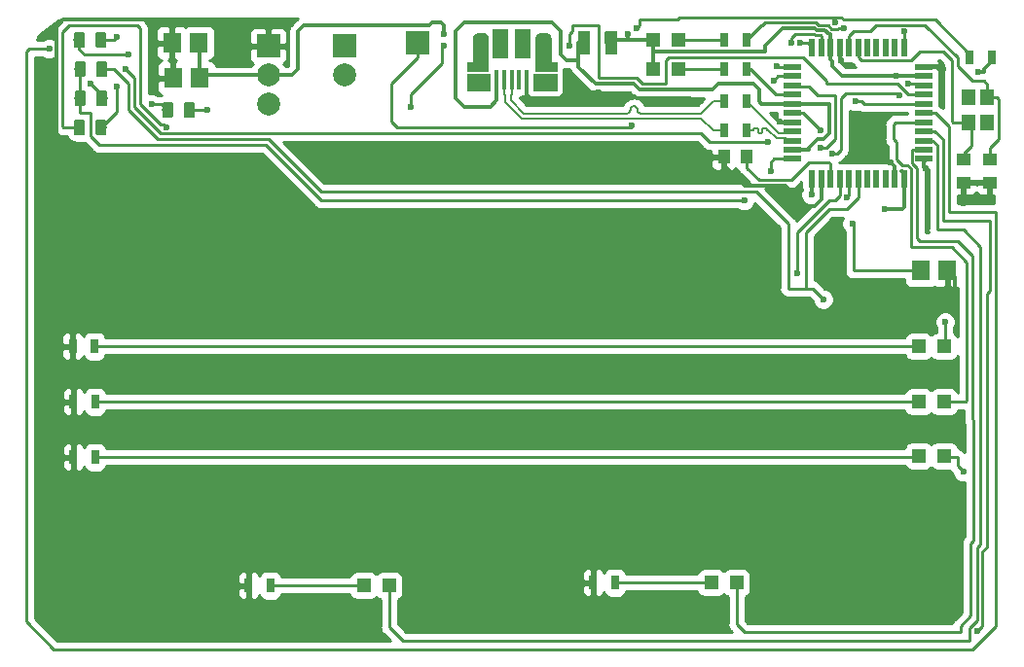
<source format=gbr>
G04 #@! TF.GenerationSoftware,KiCad,Pcbnew,(5.0.1-3-g963ef8bb5)*
G04 #@! TF.CreationDate,2019-04-14T13:03:44+01:00*
G04 #@! TF.ProjectId,invitation,696E7669746174696F6E2E6B69636164,rev?*
G04 #@! TF.SameCoordinates,Original*
G04 #@! TF.FileFunction,Copper,L2,Bot,Signal*
G04 #@! TF.FilePolarity,Positive*
%FSLAX46Y46*%
G04 Gerber Fmt 4.6, Leading zero omitted, Abs format (unit mm)*
G04 Created by KiCad (PCBNEW (5.0.1-3-g963ef8bb5)) date Sunday, 14 April 2019 at 13:03:44*
%MOMM*%
%LPD*%
G01*
G04 APERTURE LIST*
G04 #@! TA.AperFunction,EtchedComponent*
%ADD10C,0.000100*%
G04 #@! TD*
G04 #@! TA.AperFunction,ComponentPad*
%ADD11O,0.700000X1.200000*%
G04 #@! TD*
G04 #@! TA.AperFunction,ComponentPad*
%ADD12O,0.650000X1.050000*%
G04 #@! TD*
G04 #@! TA.AperFunction,SMDPad,CuDef*
%ADD13R,1.425000X2.500000*%
G04 #@! TD*
G04 #@! TA.AperFunction,SMDPad,CuDef*
%ADD14R,0.400000X1.750000*%
G04 #@! TD*
G04 #@! TA.AperFunction,SMDPad,CuDef*
%ADD15R,1.500000X0.550000*%
G04 #@! TD*
G04 #@! TA.AperFunction,SMDPad,CuDef*
%ADD16R,0.550000X1.500000*%
G04 #@! TD*
G04 #@! TA.AperFunction,SMDPad,CuDef*
%ADD17R,1.140000X2.030000*%
G04 #@! TD*
G04 #@! TA.AperFunction,SMDPad,CuDef*
%ADD18R,1.200000X1.400000*%
G04 #@! TD*
G04 #@! TA.AperFunction,SMDPad,CuDef*
%ADD19R,1.200000X1.200000*%
G04 #@! TD*
G04 #@! TA.AperFunction,SMDPad,CuDef*
%ADD20R,0.700000X1.300000*%
G04 #@! TD*
G04 #@! TA.AperFunction,SMDPad,CuDef*
%ADD21R,1.250000X1.000000*%
G04 #@! TD*
G04 #@! TA.AperFunction,SMDPad,CuDef*
%ADD22R,1.000000X1.250000*%
G04 #@! TD*
G04 #@! TA.AperFunction,SMDPad,CuDef*
%ADD23R,1.550000X1.800000*%
G04 #@! TD*
G04 #@! TA.AperFunction,ComponentPad*
%ADD24R,2.000000X2.000000*%
G04 #@! TD*
G04 #@! TA.AperFunction,ComponentPad*
%ADD25C,2.000000*%
G04 #@! TD*
G04 #@! TA.AperFunction,Conductor*
%ADD26C,0.100000*%
G04 #@! TD*
G04 #@! TA.AperFunction,SMDPad,CuDef*
%ADD27C,0.975000*%
G04 #@! TD*
G04 #@! TA.AperFunction,ViaPad*
%ADD28C,0.600000*%
G04 #@! TD*
G04 #@! TA.AperFunction,Conductor*
%ADD29C,0.300000*%
G04 #@! TD*
G04 #@! TA.AperFunction,Conductor*
%ADD30C,0.250000*%
G04 #@! TD*
G04 #@! TA.AperFunction,Conductor*
%ADD31C,0.200000*%
G04 #@! TD*
G04 #@! TA.AperFunction,Conductor*
%ADD32C,0.254000*%
G04 #@! TD*
G04 APERTURE END LIST*
D10*
G04 #@! TO.C,P1*
G36*
X165785000Y-73570000D02*
X165785000Y-73670000D01*
X164485000Y-73670000D01*
X164485000Y-73570000D01*
X164483250Y-73557549D01*
X164481230Y-73534492D01*
X164480420Y-73511361D01*
X164480830Y-73488219D01*
X164482440Y-73465130D01*
X164485260Y-73442157D01*
X164489280Y-73419363D01*
X164494490Y-73396811D01*
X164500870Y-73374563D01*
X164508400Y-73352678D01*
X164517070Y-73331218D01*
X164526850Y-73310241D01*
X164537720Y-73289805D01*
X164549640Y-73269970D01*
X164562580Y-73250780D01*
X164576510Y-73232290D01*
X164591390Y-73214560D01*
X164607180Y-73197630D01*
X164623820Y-73181560D01*
X164641290Y-73166370D01*
X164659530Y-73152120D01*
X164678490Y-73138850D01*
X164698120Y-73126580D01*
X164718360Y-73115360D01*
X164739160Y-73105210D01*
X164760470Y-73096170D01*
X164782220Y-73088250D01*
X164804350Y-73081490D01*
X164826810Y-73075890D01*
X164849530Y-73071470D01*
X164860000Y-73070000D01*
X165360000Y-73070000D01*
X165375040Y-73071310D01*
X165399110Y-73074690D01*
X165422960Y-73079330D01*
X165446540Y-73085200D01*
X165469780Y-73092310D01*
X165492620Y-73100620D01*
X165514990Y-73110120D01*
X165536830Y-73120770D01*
X165558090Y-73132550D01*
X165578690Y-73145430D01*
X165598600Y-73159370D01*
X165617750Y-73174330D01*
X165636090Y-73190270D01*
X165653570Y-73207150D01*
X165670150Y-73224930D01*
X165685770Y-73243540D01*
X165700390Y-73262950D01*
X165713980Y-73283096D01*
X165726500Y-73303926D01*
X165737910Y-73325383D01*
X165748180Y-73347407D01*
X165757280Y-73369939D01*
X165765190Y-73392917D01*
X165771890Y-73416277D01*
X165777360Y-73439955D01*
X165781580Y-73463888D01*
X165784540Y-73488008D01*
X165786230Y-73512250D01*
X165786660Y-73536548D01*
X165785810Y-73560835D01*
X165785000Y-73570000D01*
G37*
X165785000Y-73570000D02*
X165785000Y-73670000D01*
X164485000Y-73670000D01*
X164485000Y-73570000D01*
X164483250Y-73557549D01*
X164481230Y-73534492D01*
X164480420Y-73511361D01*
X164480830Y-73488219D01*
X164482440Y-73465130D01*
X164485260Y-73442157D01*
X164489280Y-73419363D01*
X164494490Y-73396811D01*
X164500870Y-73374563D01*
X164508400Y-73352678D01*
X164517070Y-73331218D01*
X164526850Y-73310241D01*
X164537720Y-73289805D01*
X164549640Y-73269970D01*
X164562580Y-73250780D01*
X164576510Y-73232290D01*
X164591390Y-73214560D01*
X164607180Y-73197630D01*
X164623820Y-73181560D01*
X164641290Y-73166370D01*
X164659530Y-73152120D01*
X164678490Y-73138850D01*
X164698120Y-73126580D01*
X164718360Y-73115360D01*
X164739160Y-73105210D01*
X164760470Y-73096170D01*
X164782220Y-73088250D01*
X164804350Y-73081490D01*
X164826810Y-73075890D01*
X164849530Y-73071470D01*
X164860000Y-73070000D01*
X165360000Y-73070000D01*
X165375040Y-73071310D01*
X165399110Y-73074690D01*
X165422960Y-73079330D01*
X165446540Y-73085200D01*
X165469780Y-73092310D01*
X165492620Y-73100620D01*
X165514990Y-73110120D01*
X165536830Y-73120770D01*
X165558090Y-73132550D01*
X165578690Y-73145430D01*
X165598600Y-73159370D01*
X165617750Y-73174330D01*
X165636090Y-73190270D01*
X165653570Y-73207150D01*
X165670150Y-73224930D01*
X165685770Y-73243540D01*
X165700390Y-73262950D01*
X165713980Y-73283096D01*
X165726500Y-73303926D01*
X165737910Y-73325383D01*
X165748180Y-73347407D01*
X165757280Y-73369939D01*
X165765190Y-73392917D01*
X165771890Y-73416277D01*
X165777360Y-73439955D01*
X165781580Y-73463888D01*
X165784540Y-73488008D01*
X165786230Y-73512250D01*
X165786660Y-73536548D01*
X165785810Y-73560835D01*
X165785000Y-73570000D01*
G36*
X166310000Y-76320000D02*
X166310000Y-75620000D01*
X165785000Y-75620000D01*
X165785000Y-73670000D01*
X164485000Y-73670000D01*
X164485000Y-76320000D01*
X166310000Y-76320000D01*
G37*
X166310000Y-76320000D02*
X166310000Y-75620000D01*
X165785000Y-75620000D01*
X165785000Y-73670000D01*
X164485000Y-73670000D01*
X164485000Y-76320000D01*
X166310000Y-76320000D01*
G36*
X159035000Y-73570000D02*
X159035000Y-73670000D01*
X160335000Y-73670000D01*
X160335000Y-73570000D01*
X160336750Y-73557549D01*
X160338770Y-73534492D01*
X160339580Y-73511361D01*
X160339170Y-73488219D01*
X160337560Y-73465130D01*
X160334740Y-73442157D01*
X160330720Y-73419363D01*
X160325510Y-73396811D01*
X160319130Y-73374563D01*
X160311600Y-73352678D01*
X160302930Y-73331218D01*
X160293150Y-73310241D01*
X160282280Y-73289805D01*
X160270360Y-73269970D01*
X160257420Y-73250780D01*
X160243490Y-73232290D01*
X160228610Y-73214560D01*
X160212820Y-73197630D01*
X160196180Y-73181560D01*
X160178710Y-73166370D01*
X160160470Y-73152120D01*
X160141510Y-73138850D01*
X160121880Y-73126580D01*
X160101640Y-73115360D01*
X160080840Y-73105210D01*
X160059530Y-73096170D01*
X160037780Y-73088250D01*
X160015650Y-73081490D01*
X159993190Y-73075890D01*
X159970470Y-73071470D01*
X159960000Y-73070000D01*
X159460000Y-73070000D01*
X159444960Y-73071310D01*
X159420890Y-73074690D01*
X159397040Y-73079330D01*
X159373460Y-73085200D01*
X159350220Y-73092310D01*
X159327380Y-73100620D01*
X159305010Y-73110120D01*
X159283170Y-73120770D01*
X159261910Y-73132550D01*
X159241310Y-73145430D01*
X159221400Y-73159370D01*
X159202250Y-73174330D01*
X159183910Y-73190270D01*
X159166430Y-73207150D01*
X159149850Y-73224930D01*
X159134230Y-73243540D01*
X159119610Y-73262950D01*
X159106020Y-73283096D01*
X159093500Y-73303926D01*
X159082090Y-73325383D01*
X159071820Y-73347407D01*
X159062720Y-73369939D01*
X159054810Y-73392917D01*
X159048110Y-73416277D01*
X159042640Y-73439955D01*
X159038420Y-73463888D01*
X159035460Y-73488008D01*
X159033770Y-73512250D01*
X159033340Y-73536548D01*
X159034190Y-73560835D01*
X159035000Y-73570000D01*
G37*
X159035000Y-73570000D02*
X159035000Y-73670000D01*
X160335000Y-73670000D01*
X160335000Y-73570000D01*
X160336750Y-73557549D01*
X160338770Y-73534492D01*
X160339580Y-73511361D01*
X160339170Y-73488219D01*
X160337560Y-73465130D01*
X160334740Y-73442157D01*
X160330720Y-73419363D01*
X160325510Y-73396811D01*
X160319130Y-73374563D01*
X160311600Y-73352678D01*
X160302930Y-73331218D01*
X160293150Y-73310241D01*
X160282280Y-73289805D01*
X160270360Y-73269970D01*
X160257420Y-73250780D01*
X160243490Y-73232290D01*
X160228610Y-73214560D01*
X160212820Y-73197630D01*
X160196180Y-73181560D01*
X160178710Y-73166370D01*
X160160470Y-73152120D01*
X160141510Y-73138850D01*
X160121880Y-73126580D01*
X160101640Y-73115360D01*
X160080840Y-73105210D01*
X160059530Y-73096170D01*
X160037780Y-73088250D01*
X160015650Y-73081490D01*
X159993190Y-73075890D01*
X159970470Y-73071470D01*
X159960000Y-73070000D01*
X159460000Y-73070000D01*
X159444960Y-73071310D01*
X159420890Y-73074690D01*
X159397040Y-73079330D01*
X159373460Y-73085200D01*
X159350220Y-73092310D01*
X159327380Y-73100620D01*
X159305010Y-73110120D01*
X159283170Y-73120770D01*
X159261910Y-73132550D01*
X159241310Y-73145430D01*
X159221400Y-73159370D01*
X159202250Y-73174330D01*
X159183910Y-73190270D01*
X159166430Y-73207150D01*
X159149850Y-73224930D01*
X159134230Y-73243540D01*
X159119610Y-73262950D01*
X159106020Y-73283096D01*
X159093500Y-73303926D01*
X159082090Y-73325383D01*
X159071820Y-73347407D01*
X159062720Y-73369939D01*
X159054810Y-73392917D01*
X159048110Y-73416277D01*
X159042640Y-73439955D01*
X159038420Y-73463888D01*
X159035460Y-73488008D01*
X159033770Y-73512250D01*
X159033340Y-73536548D01*
X159034190Y-73560835D01*
X159035000Y-73570000D01*
G36*
X158510000Y-76320000D02*
X158510000Y-75620000D01*
X159035000Y-75620000D01*
X159040000Y-73670000D01*
X160330000Y-73670000D01*
X160335000Y-76320000D01*
X158510000Y-76320000D01*
G37*
X158510000Y-76320000D02*
X158510000Y-75620000D01*
X159035000Y-75620000D01*
X159040000Y-73670000D01*
X160330000Y-73670000D01*
X160335000Y-76320000D01*
X158510000Y-76320000D01*
G36*
X164310000Y-77825000D02*
X164310000Y-78030000D01*
X166310000Y-78030000D01*
X166310000Y-76570000D01*
X164310000Y-76570000D01*
X164310000Y-76775000D01*
X164310000Y-76785000D01*
X164310000Y-77835000D01*
X164310000Y-77825000D01*
G37*
X164310000Y-77825000D02*
X164310000Y-78030000D01*
X166310000Y-78030000D01*
X166310000Y-76570000D01*
X164310000Y-76570000D01*
X164310000Y-76775000D01*
X164310000Y-76785000D01*
X164310000Y-77835000D01*
X164310000Y-77825000D01*
G36*
X160510000Y-77825000D02*
X160510000Y-78030000D01*
X158510000Y-78030000D01*
X158510000Y-76570000D01*
X160510000Y-76570000D01*
X160510000Y-76775000D01*
X160510000Y-76775000D01*
X160510000Y-77825000D01*
X160510000Y-77825000D01*
G37*
X160510000Y-77825000D02*
X160510000Y-78030000D01*
X158510000Y-78030000D01*
X158510000Y-76570000D01*
X160510000Y-76570000D01*
X160510000Y-76775000D01*
X160510000Y-76775000D01*
X160510000Y-77825000D01*
G04 #@! TD*
D11*
G04 #@! TO.P,P1,S6*
G04 #@! TO.N,N/C*
X165135000Y-74270000D03*
G04 #@! TO.P,P1,S5*
X159685000Y-74270000D03*
D12*
G04 #@! TO.P,P1,S4*
X164835000Y-77300000D03*
D13*
G04 #@! TO.P,P1,S2*
X163372500Y-74020000D03*
G04 #@! TO.P,P1,S1*
X161447500Y-74020000D03*
D14*
G04 #@! TO.P,P1,5*
G04 #@! TO.N,GND*
X163710000Y-77095000D03*
G04 #@! TO.P,P1,4*
G04 #@! TO.N,Net-(P1-Pad4)*
X163060000Y-77095000D03*
G04 #@! TO.P,P1,3*
G04 #@! TO.N,/Data+*
X162410000Y-77095000D03*
G04 #@! TO.P,P1,2*
G04 #@! TO.N,/Data-*
X161760000Y-77095000D03*
G04 #@! TO.P,P1,1*
G04 #@! TO.N,USBVCC*
X161110000Y-77095000D03*
D12*
G04 #@! TO.P,P1,S3*
G04 #@! TO.N,N/C*
X159985000Y-77300000D03*
G04 #@! TD*
D15*
G04 #@! TO.P,U1,1*
G04 #@! TO.N,rightArrBtn*
X186832000Y-84010000D03*
G04 #@! TO.P,U1,2*
G04 #@! TO.N,USBVCC*
X186832000Y-83210000D03*
G04 #@! TO.P,U1,3*
G04 #@! TO.N,D-*
X186832000Y-82410000D03*
G04 #@! TO.P,U1,4*
G04 #@! TO.N,D+*
X186832000Y-81610000D03*
G04 #@! TO.P,U1,5*
G04 #@! TO.N,GND*
X186832000Y-80810000D03*
G04 #@! TO.P,U1,6*
G04 #@! TO.N,Net-(C0-Pad1)*
X186832000Y-80010000D03*
G04 #@! TO.P,U1,7*
G04 #@! TO.N,USBVCC*
X186832000Y-79210000D03*
G04 #@! TO.P,U1,8*
G04 #@! TO.N,RXLED*
X186832000Y-78410000D03*
G04 #@! TO.P,U1,9*
G04 #@! TO.N,SCLK*
X186832000Y-77610000D03*
G04 #@! TO.P,U1,10*
G04 #@! TO.N,MOSI*
X186832000Y-76810000D03*
G04 #@! TO.P,U1,11*
G04 #@! TO.N,MISO*
X186832000Y-76010000D03*
D16*
G04 #@! TO.P,U1,12*
G04 #@! TO.N,powerLED*
X188532000Y-74310000D03*
G04 #@! TO.P,U1,13*
G04 #@! TO.N,RESET*
X189332000Y-74310000D03*
G04 #@! TO.P,U1,14*
G04 #@! TO.N,VCC*
X190132000Y-74310000D03*
G04 #@! TO.P,U1,15*
G04 #@! TO.N,GND*
X190932000Y-74310000D03*
G04 #@! TO.P,U1,16*
G04 #@! TO.N,XTal2*
X191732000Y-74310000D03*
G04 #@! TO.P,U1,17*
G04 #@! TO.N,XTal1*
X192532000Y-74310000D03*
G04 #@! TO.P,U1,18*
G04 #@! TO.N,Net-(U1-Pad18)*
X193332000Y-74310000D03*
G04 #@! TO.P,U1,19*
G04 #@! TO.N,Net-(U1-Pad19)*
X194132000Y-74310000D03*
G04 #@! TO.P,U1,20*
G04 #@! TO.N,Net-(U1-Pad20)*
X194932000Y-74310000D03*
G04 #@! TO.P,U1,21*
G04 #@! TO.N,Net-(U1-Pad21)*
X195732000Y-74310000D03*
G04 #@! TO.P,U1,22*
G04 #@! TO.N,TXLED*
X196532000Y-74310000D03*
D15*
G04 #@! TO.P,U1,23*
G04 #@! TO.N,GND*
X198232000Y-76010000D03*
G04 #@! TO.P,U1,24*
G04 #@! TO.N,VCC*
X198232000Y-76810000D03*
G04 #@! TO.P,U1,25*
G04 #@! TO.N,downArrBtn*
X198232000Y-77610000D03*
G04 #@! TO.P,U1,26*
G04 #@! TO.N,upArrSens*
X198232000Y-78410000D03*
G04 #@! TO.P,U1,27*
G04 #@! TO.N,downArrSens*
X198232000Y-79210000D03*
G04 #@! TO.P,U1,28*
G04 #@! TO.N,homeBtn*
X198232000Y-80010000D03*
G04 #@! TO.P,U1,29*
G04 #@! TO.N,nodeLED*
X198232000Y-80810000D03*
G04 #@! TO.P,U1,30*
G04 #@! TO.N,interactLED*
X198232000Y-81610000D03*
G04 #@! TO.P,U1,31*
G04 #@! TO.N,phoneLED*
X198232000Y-82410000D03*
G04 #@! TO.P,U1,32*
G04 #@! TO.N,emailLED*
X198232000Y-83210000D03*
G04 #@! TO.P,U1,33*
G04 #@! TO.N,GND*
X198232000Y-84010000D03*
D16*
G04 #@! TO.P,U1,34*
G04 #@! TO.N,VCC*
X196532000Y-85710000D03*
G04 #@! TO.P,U1,35*
G04 #@! TO.N,GND*
X195732000Y-85710000D03*
G04 #@! TO.P,U1,36*
G04 #@! TO.N,Net-(U1-Pad36)*
X194932000Y-85710000D03*
G04 #@! TO.P,U1,37*
G04 #@! TO.N,Net-(U1-Pad37)*
X194132000Y-85710000D03*
G04 #@! TO.P,U1,38*
G04 #@! TO.N,Net-(U1-Pad38)*
X193332000Y-85710000D03*
G04 #@! TO.P,U1,39*
G04 #@! TO.N,rightArrSens*
X192532000Y-85710000D03*
G04 #@! TO.P,U1,40*
G04 #@! TO.N,leftArrSens*
X191732000Y-85710000D03*
G04 #@! TO.P,U1,41*
G04 #@! TO.N,homeSens*
X190932000Y-85710000D03*
G04 #@! TO.P,U1,42*
G04 #@! TO.N,Net-(C3-Pad1)*
X190132000Y-85710000D03*
G04 #@! TO.P,U1,43*
G04 #@! TO.N,GND*
X189332000Y-85710000D03*
G04 #@! TO.P,U1,44*
G04 #@! TO.N,VCC*
X188532000Y-85710000D03*
G04 #@! TD*
D17*
G04 #@! TO.P,F1,1*
G04 #@! TO.N,USBVCC*
X168656000Y-73914000D03*
G04 #@! TO.P,F1,2*
G04 #@! TO.N,VCC*
X171056000Y-73914000D03*
G04 #@! TD*
D18*
G04 #@! TO.P,Y1,1*
G04 #@! TO.N,XTal1*
X202146000Y-80856000D03*
G04 #@! TO.P,Y1,3*
G04 #@! TO.N,N/C*
X202146000Y-78656000D03*
X203746000Y-80856000D03*
G04 #@! TO.P,Y1,2*
G04 #@! TO.N,XTal2*
X203746000Y-78656000D03*
G04 #@! TD*
D19*
G04 #@! TO.P,D1,2*
G04 #@! TO.N,powerLED*
X200010000Y-100320000D03*
G04 #@! TO.P,D1,1*
G04 #@! TO.N,Net-(D1-Pad1)*
X197810000Y-100320000D03*
G04 #@! TD*
G04 #@! TO.P,D2,2*
G04 #@! TO.N,nodeLED*
X199982000Y-105156000D03*
G04 #@! TO.P,D2,1*
G04 #@! TO.N,Net-(D2-Pad1)*
X197782000Y-105156000D03*
G04 #@! TD*
G04 #@! TO.P,D3,2*
G04 #@! TO.N,interactLED*
X200020000Y-109870000D03*
G04 #@! TO.P,D3,1*
G04 #@! TO.N,Net-(D3-Pad1)*
X197820000Y-109870000D03*
G04 #@! TD*
G04 #@! TO.P,D4,2*
G04 #@! TO.N,emailLED*
X181948000Y-120904000D03*
G04 #@! TO.P,D4,1*
G04 #@! TO.N,Net-(D4-Pad1)*
X179748000Y-120904000D03*
G04 #@! TD*
G04 #@! TO.P,D5,2*
G04 #@! TO.N,phoneLED*
X151722000Y-121158000D03*
G04 #@! TO.P,D5,1*
G04 #@! TO.N,Net-(D5-Pad1)*
X149522000Y-121158000D03*
G04 #@! TD*
D20*
G04 #@! TO.P,R1,1*
G04 #@! TO.N,Net-(D1-Pad1)*
X126106000Y-100330000D03*
G04 #@! TO.P,R1,2*
G04 #@! TO.N,GND*
X124206000Y-100330000D03*
G04 #@! TD*
G04 #@! TO.P,R2,1*
G04 #@! TO.N,Net-(D2-Pad1)*
X126172000Y-105156000D03*
G04 #@! TO.P,R2,2*
G04 #@! TO.N,GND*
X124272000Y-105156000D03*
G04 #@! TD*
G04 #@! TO.P,R3,1*
G04 #@! TO.N,Net-(D3-Pad1)*
X126172000Y-109982000D03*
G04 #@! TO.P,R3,2*
G04 #@! TO.N,GND*
X124272000Y-109982000D03*
G04 #@! TD*
G04 #@! TO.P,R4,1*
G04 #@! TO.N,Net-(D4-Pad1)*
X171384000Y-120904000D03*
G04 #@! TO.P,R4,2*
G04 #@! TO.N,GND*
X169484000Y-120904000D03*
G04 #@! TD*
G04 #@! TO.P,R5,1*
G04 #@! TO.N,Net-(D5-Pad1)*
X141412000Y-121158000D03*
G04 #@! TO.P,R5,2*
G04 #@! TO.N,GND*
X139512000Y-121158000D03*
G04 #@! TD*
G04 #@! TO.P,R8,1*
G04 #@! TO.N,D+*
X182814000Y-78994000D03*
G04 #@! TO.P,R8,2*
G04 #@! TO.N,/Data+*
X180914000Y-78994000D03*
G04 #@! TD*
G04 #@! TO.P,R9,1*
G04 #@! TO.N,D-*
X182814000Y-81534000D03*
G04 #@! TO.P,R9,2*
G04 #@! TO.N,/Data-*
X180914000Y-81534000D03*
G04 #@! TD*
G04 #@! TO.P,R10,1*
G04 #@! TO.N,RESET*
X202250000Y-75184000D03*
G04 #@! TO.P,R10,2*
G04 #@! TO.N,VCC*
X204150000Y-75184000D03*
G04 #@! TD*
D21*
G04 #@! TO.P,C1,1*
G04 #@! TO.N,XTal2*
X203962000Y-84090000D03*
G04 #@! TO.P,C1,2*
G04 #@! TO.N,GND*
X203962000Y-86090000D03*
G04 #@! TD*
G04 #@! TO.P,C2,1*
G04 #@! TO.N,XTal1*
X201676000Y-84090000D03*
G04 #@! TO.P,C2,2*
G04 #@! TO.N,GND*
X201676000Y-86090000D03*
G04 #@! TD*
D22*
G04 #@! TO.P,C3,1*
G04 #@! TO.N,Net-(C3-Pad1)*
X182864000Y-83820000D03*
G04 #@! TO.P,C3,2*
G04 #@! TO.N,GND*
X180864000Y-83820000D03*
G04 #@! TD*
D23*
G04 #@! TO.P,C4,1*
G04 #@! TO.N,VCC*
X135192000Y-73914000D03*
G04 #@! TO.P,C4,2*
G04 #@! TO.N,GND*
X132842000Y-73914000D03*
G04 #@! TD*
G04 #@! TO.P,C5,1*
G04 #@! TO.N,VCC*
X135287000Y-76962000D03*
G04 #@! TO.P,C5,2*
G04 #@! TO.N,GND*
X132937000Y-76962000D03*
G04 #@! TD*
D24*
G04 #@! TO.P,P3,1*
G04 #@! TO.N,GND*
X141224000Y-74168000D03*
D25*
G04 #@! TO.P,P3,2*
G04 #@! TO.N,VCC*
X141224000Y-76708000D03*
G04 #@! TO.P,P3,3*
G04 #@! TO.N,SCLK*
X141224000Y-79248000D03*
G04 #@! TD*
D24*
G04 #@! TO.P,P8,1*
G04 #@! TO.N,RESET*
X154178000Y-73914000D03*
G04 #@! TD*
G04 #@! TO.P,P9,1*
G04 #@! TO.N,MOSI*
X147828000Y-74168000D03*
D25*
G04 #@! TO.P,P9,2*
G04 #@! TO.N,MISO*
X147828000Y-76708000D03*
G04 #@! TD*
D23*
G04 #@! TO.P,C0,1*
G04 #@! TO.N,Net-(C0-Pad1)*
X197961000Y-93726000D03*
G04 #@! TO.P,C0,2*
G04 #@! TO.N,GND*
X200311000Y-93726000D03*
G04 #@! TD*
D19*
G04 #@! TO.P,D6,2*
G04 #@! TO.N,VCC*
X174668000Y-73660000D03*
G04 #@! TO.P,D6,1*
G04 #@! TO.N,Net-(D6-Pad1)*
X176868000Y-73660000D03*
G04 #@! TD*
G04 #@! TO.P,D7,2*
G04 #@! TO.N,VCC*
X174668000Y-76200000D03*
G04 #@! TO.P,D7,1*
G04 #@! TO.N,Net-(D7-Pad1)*
X176868000Y-76200000D03*
G04 #@! TD*
D20*
G04 #@! TO.P,R6,1*
G04 #@! TO.N,TXLED*
X182814000Y-73660000D03*
G04 #@! TO.P,R6,2*
G04 #@! TO.N,Net-(D6-Pad1)*
X180914000Y-73660000D03*
G04 #@! TD*
G04 #@! TO.P,R7,1*
G04 #@! TO.N,RXLED*
X182814000Y-76200000D03*
G04 #@! TO.P,R7,2*
G04 #@! TO.N,Net-(D7-Pad1)*
X180914000Y-76200000D03*
G04 #@! TD*
D26*
G04 #@! TO.N,homeSens*
G04 #@! TO.C,R11*
G36*
X134633642Y-79057174D02*
X134657303Y-79060684D01*
X134680507Y-79066496D01*
X134703029Y-79074554D01*
X134724653Y-79084782D01*
X134745170Y-79097079D01*
X134764383Y-79111329D01*
X134782107Y-79127393D01*
X134798171Y-79145117D01*
X134812421Y-79164330D01*
X134824718Y-79184847D01*
X134834946Y-79206471D01*
X134843004Y-79228993D01*
X134848816Y-79252197D01*
X134852326Y-79275858D01*
X134853500Y-79299750D01*
X134853500Y-80212250D01*
X134852326Y-80236142D01*
X134848816Y-80259803D01*
X134843004Y-80283007D01*
X134834946Y-80305529D01*
X134824718Y-80327153D01*
X134812421Y-80347670D01*
X134798171Y-80366883D01*
X134782107Y-80384607D01*
X134764383Y-80400671D01*
X134745170Y-80414921D01*
X134724653Y-80427218D01*
X134703029Y-80437446D01*
X134680507Y-80445504D01*
X134657303Y-80451316D01*
X134633642Y-80454826D01*
X134609750Y-80456000D01*
X134122250Y-80456000D01*
X134098358Y-80454826D01*
X134074697Y-80451316D01*
X134051493Y-80445504D01*
X134028971Y-80437446D01*
X134007347Y-80427218D01*
X133986830Y-80414921D01*
X133967617Y-80400671D01*
X133949893Y-80384607D01*
X133933829Y-80366883D01*
X133919579Y-80347670D01*
X133907282Y-80327153D01*
X133897054Y-80305529D01*
X133888996Y-80283007D01*
X133883184Y-80259803D01*
X133879674Y-80236142D01*
X133878500Y-80212250D01*
X133878500Y-79299750D01*
X133879674Y-79275858D01*
X133883184Y-79252197D01*
X133888996Y-79228993D01*
X133897054Y-79206471D01*
X133907282Y-79184847D01*
X133919579Y-79164330D01*
X133933829Y-79145117D01*
X133949893Y-79127393D01*
X133967617Y-79111329D01*
X133986830Y-79097079D01*
X134007347Y-79084782D01*
X134028971Y-79074554D01*
X134051493Y-79066496D01*
X134074697Y-79060684D01*
X134098358Y-79057174D01*
X134122250Y-79056000D01*
X134609750Y-79056000D01*
X134633642Y-79057174D01*
X134633642Y-79057174D01*
G37*
D27*
G04 #@! TD*
G04 #@! TO.P,R11,1*
G04 #@! TO.N,homeSens*
X134366000Y-79756000D03*
D26*
G04 #@! TO.N,homeBtn*
G04 #@! TO.C,R11*
G36*
X132758642Y-79057174D02*
X132782303Y-79060684D01*
X132805507Y-79066496D01*
X132828029Y-79074554D01*
X132849653Y-79084782D01*
X132870170Y-79097079D01*
X132889383Y-79111329D01*
X132907107Y-79127393D01*
X132923171Y-79145117D01*
X132937421Y-79164330D01*
X132949718Y-79184847D01*
X132959946Y-79206471D01*
X132968004Y-79228993D01*
X132973816Y-79252197D01*
X132977326Y-79275858D01*
X132978500Y-79299750D01*
X132978500Y-80212250D01*
X132977326Y-80236142D01*
X132973816Y-80259803D01*
X132968004Y-80283007D01*
X132959946Y-80305529D01*
X132949718Y-80327153D01*
X132937421Y-80347670D01*
X132923171Y-80366883D01*
X132907107Y-80384607D01*
X132889383Y-80400671D01*
X132870170Y-80414921D01*
X132849653Y-80427218D01*
X132828029Y-80437446D01*
X132805507Y-80445504D01*
X132782303Y-80451316D01*
X132758642Y-80454826D01*
X132734750Y-80456000D01*
X132247250Y-80456000D01*
X132223358Y-80454826D01*
X132199697Y-80451316D01*
X132176493Y-80445504D01*
X132153971Y-80437446D01*
X132132347Y-80427218D01*
X132111830Y-80414921D01*
X132092617Y-80400671D01*
X132074893Y-80384607D01*
X132058829Y-80366883D01*
X132044579Y-80347670D01*
X132032282Y-80327153D01*
X132022054Y-80305529D01*
X132013996Y-80283007D01*
X132008184Y-80259803D01*
X132004674Y-80236142D01*
X132003500Y-80212250D01*
X132003500Y-79299750D01*
X132004674Y-79275858D01*
X132008184Y-79252197D01*
X132013996Y-79228993D01*
X132022054Y-79206471D01*
X132032282Y-79184847D01*
X132044579Y-79164330D01*
X132058829Y-79145117D01*
X132074893Y-79127393D01*
X132092617Y-79111329D01*
X132111830Y-79097079D01*
X132132347Y-79084782D01*
X132153971Y-79074554D01*
X132176493Y-79066496D01*
X132199697Y-79060684D01*
X132223358Y-79057174D01*
X132247250Y-79056000D01*
X132734750Y-79056000D01*
X132758642Y-79057174D01*
X132758642Y-79057174D01*
G37*
D27*
G04 #@! TD*
G04 #@! TO.P,R11,2*
G04 #@! TO.N,homeBtn*
X132491000Y-79756000D03*
D26*
G04 #@! TO.N,homeBtn*
G04 #@! TO.C,R12*
G36*
X125060142Y-72961174D02*
X125083803Y-72964684D01*
X125107007Y-72970496D01*
X125129529Y-72978554D01*
X125151153Y-72988782D01*
X125171670Y-73001079D01*
X125190883Y-73015329D01*
X125208607Y-73031393D01*
X125224671Y-73049117D01*
X125238921Y-73068330D01*
X125251218Y-73088847D01*
X125261446Y-73110471D01*
X125269504Y-73132993D01*
X125275316Y-73156197D01*
X125278826Y-73179858D01*
X125280000Y-73203750D01*
X125280000Y-74116250D01*
X125278826Y-74140142D01*
X125275316Y-74163803D01*
X125269504Y-74187007D01*
X125261446Y-74209529D01*
X125251218Y-74231153D01*
X125238921Y-74251670D01*
X125224671Y-74270883D01*
X125208607Y-74288607D01*
X125190883Y-74304671D01*
X125171670Y-74318921D01*
X125151153Y-74331218D01*
X125129529Y-74341446D01*
X125107007Y-74349504D01*
X125083803Y-74355316D01*
X125060142Y-74358826D01*
X125036250Y-74360000D01*
X124548750Y-74360000D01*
X124524858Y-74358826D01*
X124501197Y-74355316D01*
X124477993Y-74349504D01*
X124455471Y-74341446D01*
X124433847Y-74331218D01*
X124413330Y-74318921D01*
X124394117Y-74304671D01*
X124376393Y-74288607D01*
X124360329Y-74270883D01*
X124346079Y-74251670D01*
X124333782Y-74231153D01*
X124323554Y-74209529D01*
X124315496Y-74187007D01*
X124309684Y-74163803D01*
X124306174Y-74140142D01*
X124305000Y-74116250D01*
X124305000Y-73203750D01*
X124306174Y-73179858D01*
X124309684Y-73156197D01*
X124315496Y-73132993D01*
X124323554Y-73110471D01*
X124333782Y-73088847D01*
X124346079Y-73068330D01*
X124360329Y-73049117D01*
X124376393Y-73031393D01*
X124394117Y-73015329D01*
X124413330Y-73001079D01*
X124433847Y-72988782D01*
X124455471Y-72978554D01*
X124477993Y-72970496D01*
X124501197Y-72964684D01*
X124524858Y-72961174D01*
X124548750Y-72960000D01*
X125036250Y-72960000D01*
X125060142Y-72961174D01*
X125060142Y-72961174D01*
G37*
D27*
G04 #@! TD*
G04 #@! TO.P,R12,2*
G04 #@! TO.N,homeBtn*
X124792500Y-73660000D03*
D26*
G04 #@! TO.N,leftArrSens*
G04 #@! TO.C,R12*
G36*
X126935142Y-72961174D02*
X126958803Y-72964684D01*
X126982007Y-72970496D01*
X127004529Y-72978554D01*
X127026153Y-72988782D01*
X127046670Y-73001079D01*
X127065883Y-73015329D01*
X127083607Y-73031393D01*
X127099671Y-73049117D01*
X127113921Y-73068330D01*
X127126218Y-73088847D01*
X127136446Y-73110471D01*
X127144504Y-73132993D01*
X127150316Y-73156197D01*
X127153826Y-73179858D01*
X127155000Y-73203750D01*
X127155000Y-74116250D01*
X127153826Y-74140142D01*
X127150316Y-74163803D01*
X127144504Y-74187007D01*
X127136446Y-74209529D01*
X127126218Y-74231153D01*
X127113921Y-74251670D01*
X127099671Y-74270883D01*
X127083607Y-74288607D01*
X127065883Y-74304671D01*
X127046670Y-74318921D01*
X127026153Y-74331218D01*
X127004529Y-74341446D01*
X126982007Y-74349504D01*
X126958803Y-74355316D01*
X126935142Y-74358826D01*
X126911250Y-74360000D01*
X126423750Y-74360000D01*
X126399858Y-74358826D01*
X126376197Y-74355316D01*
X126352993Y-74349504D01*
X126330471Y-74341446D01*
X126308847Y-74331218D01*
X126288330Y-74318921D01*
X126269117Y-74304671D01*
X126251393Y-74288607D01*
X126235329Y-74270883D01*
X126221079Y-74251670D01*
X126208782Y-74231153D01*
X126198554Y-74209529D01*
X126190496Y-74187007D01*
X126184684Y-74163803D01*
X126181174Y-74140142D01*
X126180000Y-74116250D01*
X126180000Y-73203750D01*
X126181174Y-73179858D01*
X126184684Y-73156197D01*
X126190496Y-73132993D01*
X126198554Y-73110471D01*
X126208782Y-73088847D01*
X126221079Y-73068330D01*
X126235329Y-73049117D01*
X126251393Y-73031393D01*
X126269117Y-73015329D01*
X126288330Y-73001079D01*
X126308847Y-72988782D01*
X126330471Y-72978554D01*
X126352993Y-72970496D01*
X126376197Y-72964684D01*
X126399858Y-72961174D01*
X126423750Y-72960000D01*
X126911250Y-72960000D01*
X126935142Y-72961174D01*
X126935142Y-72961174D01*
G37*
D27*
G04 #@! TD*
G04 #@! TO.P,R12,1*
G04 #@! TO.N,leftArrSens*
X126667500Y-73660000D03*
D26*
G04 #@! TO.N,rightArrSens*
G04 #@! TO.C,R13*
G36*
X127013642Y-75501174D02*
X127037303Y-75504684D01*
X127060507Y-75510496D01*
X127083029Y-75518554D01*
X127104653Y-75528782D01*
X127125170Y-75541079D01*
X127144383Y-75555329D01*
X127162107Y-75571393D01*
X127178171Y-75589117D01*
X127192421Y-75608330D01*
X127204718Y-75628847D01*
X127214946Y-75650471D01*
X127223004Y-75672993D01*
X127228816Y-75696197D01*
X127232326Y-75719858D01*
X127233500Y-75743750D01*
X127233500Y-76656250D01*
X127232326Y-76680142D01*
X127228816Y-76703803D01*
X127223004Y-76727007D01*
X127214946Y-76749529D01*
X127204718Y-76771153D01*
X127192421Y-76791670D01*
X127178171Y-76810883D01*
X127162107Y-76828607D01*
X127144383Y-76844671D01*
X127125170Y-76858921D01*
X127104653Y-76871218D01*
X127083029Y-76881446D01*
X127060507Y-76889504D01*
X127037303Y-76895316D01*
X127013642Y-76898826D01*
X126989750Y-76900000D01*
X126502250Y-76900000D01*
X126478358Y-76898826D01*
X126454697Y-76895316D01*
X126431493Y-76889504D01*
X126408971Y-76881446D01*
X126387347Y-76871218D01*
X126366830Y-76858921D01*
X126347617Y-76844671D01*
X126329893Y-76828607D01*
X126313829Y-76810883D01*
X126299579Y-76791670D01*
X126287282Y-76771153D01*
X126277054Y-76749529D01*
X126268996Y-76727007D01*
X126263184Y-76703803D01*
X126259674Y-76680142D01*
X126258500Y-76656250D01*
X126258500Y-75743750D01*
X126259674Y-75719858D01*
X126263184Y-75696197D01*
X126268996Y-75672993D01*
X126277054Y-75650471D01*
X126287282Y-75628847D01*
X126299579Y-75608330D01*
X126313829Y-75589117D01*
X126329893Y-75571393D01*
X126347617Y-75555329D01*
X126366830Y-75541079D01*
X126387347Y-75528782D01*
X126408971Y-75518554D01*
X126431493Y-75510496D01*
X126454697Y-75504684D01*
X126478358Y-75501174D01*
X126502250Y-75500000D01*
X126989750Y-75500000D01*
X127013642Y-75501174D01*
X127013642Y-75501174D01*
G37*
D27*
G04 #@! TD*
G04 #@! TO.P,R13,1*
G04 #@! TO.N,rightArrSens*
X126746000Y-76200000D03*
D26*
G04 #@! TO.N,rightArrBtn*
G04 #@! TO.C,R13*
G36*
X125138642Y-75501174D02*
X125162303Y-75504684D01*
X125185507Y-75510496D01*
X125208029Y-75518554D01*
X125229653Y-75528782D01*
X125250170Y-75541079D01*
X125269383Y-75555329D01*
X125287107Y-75571393D01*
X125303171Y-75589117D01*
X125317421Y-75608330D01*
X125329718Y-75628847D01*
X125339946Y-75650471D01*
X125348004Y-75672993D01*
X125353816Y-75696197D01*
X125357326Y-75719858D01*
X125358500Y-75743750D01*
X125358500Y-76656250D01*
X125357326Y-76680142D01*
X125353816Y-76703803D01*
X125348004Y-76727007D01*
X125339946Y-76749529D01*
X125329718Y-76771153D01*
X125317421Y-76791670D01*
X125303171Y-76810883D01*
X125287107Y-76828607D01*
X125269383Y-76844671D01*
X125250170Y-76858921D01*
X125229653Y-76871218D01*
X125208029Y-76881446D01*
X125185507Y-76889504D01*
X125162303Y-76895316D01*
X125138642Y-76898826D01*
X125114750Y-76900000D01*
X124627250Y-76900000D01*
X124603358Y-76898826D01*
X124579697Y-76895316D01*
X124556493Y-76889504D01*
X124533971Y-76881446D01*
X124512347Y-76871218D01*
X124491830Y-76858921D01*
X124472617Y-76844671D01*
X124454893Y-76828607D01*
X124438829Y-76810883D01*
X124424579Y-76791670D01*
X124412282Y-76771153D01*
X124402054Y-76749529D01*
X124393996Y-76727007D01*
X124388184Y-76703803D01*
X124384674Y-76680142D01*
X124383500Y-76656250D01*
X124383500Y-75743750D01*
X124384674Y-75719858D01*
X124388184Y-75696197D01*
X124393996Y-75672993D01*
X124402054Y-75650471D01*
X124412282Y-75628847D01*
X124424579Y-75608330D01*
X124438829Y-75589117D01*
X124454893Y-75571393D01*
X124472617Y-75555329D01*
X124491830Y-75541079D01*
X124512347Y-75528782D01*
X124533971Y-75518554D01*
X124556493Y-75510496D01*
X124579697Y-75504684D01*
X124603358Y-75501174D01*
X124627250Y-75500000D01*
X125114750Y-75500000D01*
X125138642Y-75501174D01*
X125138642Y-75501174D01*
G37*
D27*
G04 #@! TD*
G04 #@! TO.P,R13,2*
G04 #@! TO.N,rightArrBtn*
X124871000Y-76200000D03*
D26*
G04 #@! TO.N,rightArrBtn*
G04 #@! TO.C,R14*
G36*
X125138642Y-78041174D02*
X125162303Y-78044684D01*
X125185507Y-78050496D01*
X125208029Y-78058554D01*
X125229653Y-78068782D01*
X125250170Y-78081079D01*
X125269383Y-78095329D01*
X125287107Y-78111393D01*
X125303171Y-78129117D01*
X125317421Y-78148330D01*
X125329718Y-78168847D01*
X125339946Y-78190471D01*
X125348004Y-78212993D01*
X125353816Y-78236197D01*
X125357326Y-78259858D01*
X125358500Y-78283750D01*
X125358500Y-79196250D01*
X125357326Y-79220142D01*
X125353816Y-79243803D01*
X125348004Y-79267007D01*
X125339946Y-79289529D01*
X125329718Y-79311153D01*
X125317421Y-79331670D01*
X125303171Y-79350883D01*
X125287107Y-79368607D01*
X125269383Y-79384671D01*
X125250170Y-79398921D01*
X125229653Y-79411218D01*
X125208029Y-79421446D01*
X125185507Y-79429504D01*
X125162303Y-79435316D01*
X125138642Y-79438826D01*
X125114750Y-79440000D01*
X124627250Y-79440000D01*
X124603358Y-79438826D01*
X124579697Y-79435316D01*
X124556493Y-79429504D01*
X124533971Y-79421446D01*
X124512347Y-79411218D01*
X124491830Y-79398921D01*
X124472617Y-79384671D01*
X124454893Y-79368607D01*
X124438829Y-79350883D01*
X124424579Y-79331670D01*
X124412282Y-79311153D01*
X124402054Y-79289529D01*
X124393996Y-79267007D01*
X124388184Y-79243803D01*
X124384674Y-79220142D01*
X124383500Y-79196250D01*
X124383500Y-78283750D01*
X124384674Y-78259858D01*
X124388184Y-78236197D01*
X124393996Y-78212993D01*
X124402054Y-78190471D01*
X124412282Y-78168847D01*
X124424579Y-78148330D01*
X124438829Y-78129117D01*
X124454893Y-78111393D01*
X124472617Y-78095329D01*
X124491830Y-78081079D01*
X124512347Y-78068782D01*
X124533971Y-78058554D01*
X124556493Y-78050496D01*
X124579697Y-78044684D01*
X124603358Y-78041174D01*
X124627250Y-78040000D01*
X125114750Y-78040000D01*
X125138642Y-78041174D01*
X125138642Y-78041174D01*
G37*
D27*
G04 #@! TD*
G04 #@! TO.P,R14,2*
G04 #@! TO.N,rightArrBtn*
X124871000Y-78740000D03*
D26*
G04 #@! TO.N,upArrSens*
G04 #@! TO.C,R14*
G36*
X127013642Y-78041174D02*
X127037303Y-78044684D01*
X127060507Y-78050496D01*
X127083029Y-78058554D01*
X127104653Y-78068782D01*
X127125170Y-78081079D01*
X127144383Y-78095329D01*
X127162107Y-78111393D01*
X127178171Y-78129117D01*
X127192421Y-78148330D01*
X127204718Y-78168847D01*
X127214946Y-78190471D01*
X127223004Y-78212993D01*
X127228816Y-78236197D01*
X127232326Y-78259858D01*
X127233500Y-78283750D01*
X127233500Y-79196250D01*
X127232326Y-79220142D01*
X127228816Y-79243803D01*
X127223004Y-79267007D01*
X127214946Y-79289529D01*
X127204718Y-79311153D01*
X127192421Y-79331670D01*
X127178171Y-79350883D01*
X127162107Y-79368607D01*
X127144383Y-79384671D01*
X127125170Y-79398921D01*
X127104653Y-79411218D01*
X127083029Y-79421446D01*
X127060507Y-79429504D01*
X127037303Y-79435316D01*
X127013642Y-79438826D01*
X126989750Y-79440000D01*
X126502250Y-79440000D01*
X126478358Y-79438826D01*
X126454697Y-79435316D01*
X126431493Y-79429504D01*
X126408971Y-79421446D01*
X126387347Y-79411218D01*
X126366830Y-79398921D01*
X126347617Y-79384671D01*
X126329893Y-79368607D01*
X126313829Y-79350883D01*
X126299579Y-79331670D01*
X126287282Y-79311153D01*
X126277054Y-79289529D01*
X126268996Y-79267007D01*
X126263184Y-79243803D01*
X126259674Y-79220142D01*
X126258500Y-79196250D01*
X126258500Y-78283750D01*
X126259674Y-78259858D01*
X126263184Y-78236197D01*
X126268996Y-78212993D01*
X126277054Y-78190471D01*
X126287282Y-78168847D01*
X126299579Y-78148330D01*
X126313829Y-78129117D01*
X126329893Y-78111393D01*
X126347617Y-78095329D01*
X126366830Y-78081079D01*
X126387347Y-78068782D01*
X126408971Y-78058554D01*
X126431493Y-78050496D01*
X126454697Y-78044684D01*
X126478358Y-78041174D01*
X126502250Y-78040000D01*
X126989750Y-78040000D01*
X127013642Y-78041174D01*
X127013642Y-78041174D01*
G37*
D27*
G04 #@! TD*
G04 #@! TO.P,R14,1*
G04 #@! TO.N,upArrSens*
X126746000Y-78740000D03*
D26*
G04 #@! TO.N,downArrSens*
G04 #@! TO.C,R15*
G36*
X126935142Y-80581174D02*
X126958803Y-80584684D01*
X126982007Y-80590496D01*
X127004529Y-80598554D01*
X127026153Y-80608782D01*
X127046670Y-80621079D01*
X127065883Y-80635329D01*
X127083607Y-80651393D01*
X127099671Y-80669117D01*
X127113921Y-80688330D01*
X127126218Y-80708847D01*
X127136446Y-80730471D01*
X127144504Y-80752993D01*
X127150316Y-80776197D01*
X127153826Y-80799858D01*
X127155000Y-80823750D01*
X127155000Y-81736250D01*
X127153826Y-81760142D01*
X127150316Y-81783803D01*
X127144504Y-81807007D01*
X127136446Y-81829529D01*
X127126218Y-81851153D01*
X127113921Y-81871670D01*
X127099671Y-81890883D01*
X127083607Y-81908607D01*
X127065883Y-81924671D01*
X127046670Y-81938921D01*
X127026153Y-81951218D01*
X127004529Y-81961446D01*
X126982007Y-81969504D01*
X126958803Y-81975316D01*
X126935142Y-81978826D01*
X126911250Y-81980000D01*
X126423750Y-81980000D01*
X126399858Y-81978826D01*
X126376197Y-81975316D01*
X126352993Y-81969504D01*
X126330471Y-81961446D01*
X126308847Y-81951218D01*
X126288330Y-81938921D01*
X126269117Y-81924671D01*
X126251393Y-81908607D01*
X126235329Y-81890883D01*
X126221079Y-81871670D01*
X126208782Y-81851153D01*
X126198554Y-81829529D01*
X126190496Y-81807007D01*
X126184684Y-81783803D01*
X126181174Y-81760142D01*
X126180000Y-81736250D01*
X126180000Y-80823750D01*
X126181174Y-80799858D01*
X126184684Y-80776197D01*
X126190496Y-80752993D01*
X126198554Y-80730471D01*
X126208782Y-80708847D01*
X126221079Y-80688330D01*
X126235329Y-80669117D01*
X126251393Y-80651393D01*
X126269117Y-80635329D01*
X126288330Y-80621079D01*
X126308847Y-80608782D01*
X126330471Y-80598554D01*
X126352993Y-80590496D01*
X126376197Y-80584684D01*
X126399858Y-80581174D01*
X126423750Y-80580000D01*
X126911250Y-80580000D01*
X126935142Y-80581174D01*
X126935142Y-80581174D01*
G37*
D27*
G04 #@! TD*
G04 #@! TO.P,R15,1*
G04 #@! TO.N,downArrSens*
X126667500Y-81280000D03*
D26*
G04 #@! TO.N,downArrBtn*
G04 #@! TO.C,R15*
G36*
X125060142Y-80581174D02*
X125083803Y-80584684D01*
X125107007Y-80590496D01*
X125129529Y-80598554D01*
X125151153Y-80608782D01*
X125171670Y-80621079D01*
X125190883Y-80635329D01*
X125208607Y-80651393D01*
X125224671Y-80669117D01*
X125238921Y-80688330D01*
X125251218Y-80708847D01*
X125261446Y-80730471D01*
X125269504Y-80752993D01*
X125275316Y-80776197D01*
X125278826Y-80799858D01*
X125280000Y-80823750D01*
X125280000Y-81736250D01*
X125278826Y-81760142D01*
X125275316Y-81783803D01*
X125269504Y-81807007D01*
X125261446Y-81829529D01*
X125251218Y-81851153D01*
X125238921Y-81871670D01*
X125224671Y-81890883D01*
X125208607Y-81908607D01*
X125190883Y-81924671D01*
X125171670Y-81938921D01*
X125151153Y-81951218D01*
X125129529Y-81961446D01*
X125107007Y-81969504D01*
X125083803Y-81975316D01*
X125060142Y-81978826D01*
X125036250Y-81980000D01*
X124548750Y-81980000D01*
X124524858Y-81978826D01*
X124501197Y-81975316D01*
X124477993Y-81969504D01*
X124455471Y-81961446D01*
X124433847Y-81951218D01*
X124413330Y-81938921D01*
X124394117Y-81924671D01*
X124376393Y-81908607D01*
X124360329Y-81890883D01*
X124346079Y-81871670D01*
X124333782Y-81851153D01*
X124323554Y-81829529D01*
X124315496Y-81807007D01*
X124309684Y-81783803D01*
X124306174Y-81760142D01*
X124305000Y-81736250D01*
X124305000Y-80823750D01*
X124306174Y-80799858D01*
X124309684Y-80776197D01*
X124315496Y-80752993D01*
X124323554Y-80730471D01*
X124333782Y-80708847D01*
X124346079Y-80688330D01*
X124360329Y-80669117D01*
X124376393Y-80651393D01*
X124394117Y-80635329D01*
X124413330Y-80621079D01*
X124433847Y-80608782D01*
X124455471Y-80598554D01*
X124477993Y-80590496D01*
X124501197Y-80584684D01*
X124524858Y-80581174D01*
X124548750Y-80580000D01*
X125036250Y-80580000D01*
X125060142Y-80581174D01*
X125060142Y-80581174D01*
G37*
D27*
G04 #@! TD*
G04 #@! TO.P,R15,2*
G04 #@! TO.N,downArrBtn*
X124792500Y-81280000D03*
D28*
G04 #@! TO.N,GND*
X191008000Y-75438000D03*
X199898000Y-76200000D03*
X198374000Y-84836000D03*
X201676000Y-87884000D03*
X179578000Y-83820000D03*
X185674000Y-80772000D03*
X195326000Y-84328000D03*
X137414000Y-73152000D03*
X169926000Y-78232000D03*
X178816000Y-78994000D03*
X200914000Y-96012000D03*
G04 #@! TO.N,VCC*
X195834000Y-76810000D03*
X172466000Y-73152000D03*
X188468000Y-87122000D03*
X202946000Y-76454000D03*
X194818000Y-88392000D03*
X156464000Y-73152000D03*
G04 #@! TO.N,interactLED*
X202940000Y-125120000D03*
X201676000Y-111252000D03*
G04 #@! TO.N,SCLK*
X189230000Y-83058000D03*
G04 #@! TO.N,MISO*
X185420000Y-75946000D03*
G04 #@! TO.N,MOSI*
X185166000Y-77216000D03*
G04 #@! TO.N,RESET*
X190500000Y-72136000D03*
X186690000Y-73914000D03*
X173228000Y-72644000D03*
X172830000Y-81120000D03*
G04 #@! TO.N,TXLED*
X196532000Y-72898000D03*
X191262000Y-72644000D03*
G04 #@! TO.N,Net-(C0-Pad1)*
X192024000Y-89662000D03*
X189230000Y-81534000D03*
G04 #@! TO.N,homeSens*
X135890000Y-79756000D03*
X187210000Y-93960000D03*
G04 #@! TO.N,leftArrSens*
X191516000Y-87376000D03*
X128016000Y-73406000D03*
G04 #@! TO.N,rightArrSens*
X189500000Y-96230000D03*
G04 #@! TO.N,upArrSens*
X153630000Y-79502000D03*
X167386000Y-74168000D03*
X156464000Y-74168000D03*
X125730000Y-77470000D03*
G04 #@! TO.N,downArrSens*
X184658000Y-82550000D03*
X192278000Y-78994000D03*
X128016000Y-77724000D03*
X128778000Y-76200000D03*
G04 #@! TO.N,downArrBtn*
X190246000Y-83566000D03*
X132334000Y-81236000D03*
X196088000Y-78442000D03*
X196850000Y-77470000D03*
G04 #@! TO.N,powerLED*
X187452000Y-73914000D03*
X200100000Y-98200000D03*
G04 #@! TO.N,homeBtn*
X129032000Y-74930000D03*
X131064000Y-79248000D03*
X122180000Y-74422000D03*
G04 #@! TO.N,rightArrBtn*
X182626000Y-87630000D03*
X184912000Y-85046000D03*
G04 #@! TD*
D29*
G04 #@! TO.N,USBVCC*
X187668000Y-79210000D02*
X186832000Y-79210000D01*
X187706000Y-79248000D02*
X187668000Y-79210000D01*
X189992000Y-79248000D02*
X187706000Y-79248000D01*
X189992000Y-81788000D02*
X189992000Y-79248000D01*
X188214000Y-83210000D02*
X188214000Y-83058000D01*
X186832000Y-83210000D02*
X188214000Y-83210000D01*
X188976000Y-82296000D02*
X189484000Y-82296000D01*
X188214000Y-83058000D02*
X188976000Y-82296000D01*
X189484000Y-82296000D02*
X189992000Y-81788000D01*
X183896000Y-78994000D02*
X184112000Y-79210000D01*
X183896000Y-77978000D02*
X183896000Y-78994000D01*
X183388000Y-77470000D02*
X183896000Y-77978000D01*
X180340000Y-77470000D02*
X183388000Y-77470000D01*
X179832000Y-77978000D02*
X180340000Y-77470000D01*
X168218000Y-76016000D02*
X169672000Y-77470000D01*
X173482000Y-77978000D02*
X179832000Y-77978000D01*
X172974000Y-77470000D02*
X173482000Y-77978000D01*
X169672000Y-77470000D02*
X172974000Y-77470000D01*
X184112000Y-79210000D02*
X186832000Y-79210000D01*
X168218000Y-74098000D02*
X168218000Y-73914000D01*
X168218000Y-75692000D02*
X168218000Y-76016000D01*
X168656000Y-74359000D02*
X168656000Y-73914000D01*
X168218000Y-73914000D02*
X168218000Y-75438000D01*
X168218000Y-75438000D02*
X168218000Y-75692000D01*
X160528000Y-79502000D02*
X161110000Y-78920000D01*
X158242000Y-79502000D02*
X160528000Y-79502000D01*
X161110000Y-78920000D02*
X161110000Y-77095000D01*
X157480000Y-78740000D02*
X158242000Y-79502000D01*
X157480000Y-72898000D02*
X157480000Y-78740000D01*
X158242000Y-72136000D02*
X157480000Y-72898000D01*
X165862000Y-72136000D02*
X158242000Y-72136000D01*
X166624000Y-72898000D02*
X165862000Y-72136000D01*
X166624000Y-74930000D02*
X166624000Y-72898000D01*
X167132000Y-75438000D02*
X166624000Y-74930000D01*
X168218000Y-75438000D02*
X167132000Y-75438000D01*
G04 #@! TO.N,GND*
X190932000Y-75362000D02*
X190932000Y-74310000D01*
X191008000Y-75438000D02*
X190932000Y-75362000D01*
X199708000Y-76010000D02*
X198232000Y-76010000D01*
X199898000Y-76200000D02*
X199708000Y-76010000D01*
X195732000Y-84684000D02*
X195732000Y-85710000D01*
X201676000Y-86090000D02*
X201676000Y-87884000D01*
X198232000Y-84694000D02*
X198232000Y-84010000D01*
X198374000Y-84836000D02*
X198232000Y-84694000D01*
X186832000Y-80810000D02*
X185712000Y-80810000D01*
X179578000Y-83820000D02*
X180864000Y-83820000D01*
X185712000Y-80810000D02*
X185674000Y-80772000D01*
X138430000Y-74168000D02*
X141224000Y-74168000D01*
X132842000Y-72390000D02*
X133096000Y-72136000D01*
X133096000Y-72136000D02*
X136398000Y-72136000D01*
X132842000Y-73914000D02*
X132842000Y-72390000D01*
X132937000Y-74009000D02*
X132842000Y-73914000D01*
X132937000Y-76962000D02*
X132937000Y-74009000D01*
X195732000Y-85710000D02*
X195732000Y-84660000D01*
X203962000Y-86090000D02*
X201676000Y-86090000D01*
X195400000Y-84328000D02*
X195326000Y-84328000D01*
X195732000Y-84660000D02*
X195400000Y-84328000D01*
X189332000Y-87528000D02*
X189332000Y-85710000D01*
X188722000Y-88138000D02*
X189332000Y-87528000D01*
X182626000Y-86360000D02*
X186182000Y-86360000D01*
X187960000Y-88138000D02*
X188722000Y-88138000D01*
X186182000Y-86360000D02*
X187960000Y-88138000D01*
X180864000Y-84598000D02*
X182626000Y-86360000D01*
X180864000Y-83820000D02*
X180864000Y-84598000D01*
X137414000Y-73152000D02*
X138430000Y-74168000D01*
X136398000Y-72136000D02*
X137414000Y-73152000D01*
X163710000Y-78800000D02*
X163710000Y-77095000D01*
X163904000Y-78994000D02*
X163710000Y-78800000D01*
X169926000Y-78232000D02*
X167640000Y-78232000D01*
X167640000Y-78740000D02*
X167386000Y-78994000D01*
X167386000Y-78994000D02*
X163904000Y-78994000D01*
X167640000Y-78232000D02*
X167640000Y-78740000D01*
X170240000Y-78546000D02*
X169926000Y-78232000D01*
X173082000Y-78546000D02*
X170240000Y-78546000D01*
X177920000Y-78720000D02*
X173256000Y-78720000D01*
X173256000Y-78720000D02*
X173082000Y-78546000D01*
X178194000Y-78994000D02*
X177920000Y-78720000D01*
X178816000Y-78994000D02*
X178194000Y-78994000D01*
X124272000Y-100396000D02*
X124206000Y-100330000D01*
X124272000Y-105156000D02*
X124272000Y-100396000D01*
X169484000Y-120904000D02*
X169484000Y-120604000D01*
X139512000Y-121158000D02*
X139512000Y-119568000D01*
X139646000Y-119126000D02*
X139512000Y-119260000D01*
X140110000Y-119126000D02*
X139646000Y-119126000D01*
X139954000Y-119126000D02*
X140110000Y-119126000D01*
X139512000Y-119568000D02*
X139512000Y-119260000D01*
X140110000Y-119126000D02*
X167640000Y-119126000D01*
X139646000Y-119126000D02*
X124460000Y-119126000D01*
X124272000Y-118938000D02*
X124272000Y-109220000D01*
X124460000Y-119126000D02*
X124272000Y-118938000D01*
X124272000Y-109220000D02*
X124272000Y-105156000D01*
X124272000Y-109982000D02*
X124272000Y-109220000D01*
X200914000Y-94329000D02*
X200311000Y-93726000D01*
X200914000Y-96012000D02*
X200914000Y-94329000D01*
X132334000Y-71882000D02*
X132842000Y-72390000D01*
X122800000Y-83430000D02*
X122800000Y-72512000D01*
X123430000Y-71882000D02*
X132334000Y-71882000D01*
X122800000Y-72512000D02*
X123430000Y-71882000D01*
X124206000Y-84836000D02*
X122800000Y-83430000D01*
X124206000Y-100330000D02*
X124206000Y-84836000D01*
X167640000Y-119126000D02*
X167640000Y-120904000D01*
X167640000Y-120904000D02*
X168910000Y-120904000D01*
X168910000Y-120904000D02*
X169484000Y-120904000D01*
G04 #@! TO.N,VCC*
X190132000Y-75360000D02*
X190246000Y-75474000D01*
X190132000Y-74310000D02*
X190132000Y-75360000D01*
X190246000Y-75946000D02*
X191110000Y-76810000D01*
X191110000Y-76810000D02*
X195834000Y-76810000D01*
X195834000Y-76810000D02*
X198232000Y-76810000D01*
X204216000Y-75250000D02*
X204150000Y-75184000D01*
X170872000Y-73660000D02*
X170618000Y-73914000D01*
X174668000Y-74930000D02*
X174668000Y-76200000D01*
X190246000Y-75692000D02*
X190246000Y-75946000D01*
X190246000Y-75474000D02*
X190246000Y-75692000D01*
X170618000Y-73914000D02*
X170618000Y-73082000D01*
X135541000Y-76708000D02*
X135287000Y-76962000D01*
X141224000Y-76708000D02*
X135541000Y-76708000D01*
X135287000Y-74009000D02*
X135192000Y-73914000D01*
X135287000Y-76962000D02*
X135287000Y-74009000D01*
X174668000Y-73660000D02*
X172466000Y-73660000D01*
X172466000Y-73660000D02*
X172466000Y-73152000D01*
X172466000Y-73660000D02*
X170872000Y-73660000D01*
X196532000Y-85710000D02*
X196532000Y-85280000D01*
X196532000Y-85253999D02*
X196342000Y-85063999D01*
X196532000Y-85280000D02*
X196532000Y-85253999D01*
X196342000Y-85063999D02*
X196320992Y-85042991D01*
X188532000Y-87058000D02*
X188468000Y-87122000D01*
X188532000Y-85710000D02*
X188532000Y-87058000D01*
X174668000Y-74676000D02*
X174668000Y-74930000D01*
X174668000Y-73660000D02*
X174668000Y-74676000D01*
X204150000Y-75484000D02*
X203454000Y-76180000D01*
X204150000Y-75184000D02*
X204150000Y-75484000D01*
X203454000Y-76180000D02*
X203454000Y-76454000D01*
X203454000Y-76454000D02*
X202946000Y-76454000D01*
X144272000Y-72390000D02*
X155194000Y-72390000D01*
X155194000Y-72390000D02*
X155448000Y-72136000D01*
X143764000Y-72898000D02*
X144272000Y-72390000D01*
X143764000Y-76200000D02*
X143764000Y-72898000D01*
X143256000Y-76708000D02*
X143764000Y-76200000D01*
X141224000Y-76708000D02*
X143256000Y-76708000D01*
X194818000Y-88392000D02*
X196342000Y-88392000D01*
X196532000Y-88202000D02*
X196532000Y-85710000D01*
X196342000Y-88392000D02*
X196532000Y-88202000D01*
X188782527Y-72644000D02*
X188944517Y-72805990D01*
X184404000Y-74168000D02*
X185928000Y-72644000D01*
X185928000Y-72644000D02*
X188782527Y-72644000D01*
X184404000Y-74676000D02*
X184404000Y-74168000D01*
X174668000Y-74676000D02*
X184404000Y-74676000D01*
X188944517Y-72805990D02*
X189645990Y-72805990D01*
X189992000Y-73152000D02*
X190132000Y-73152000D01*
X189645990Y-72805990D02*
X189992000Y-73152000D01*
X190132000Y-73152000D02*
X190132000Y-74310000D01*
X156464000Y-73152000D02*
X156464000Y-72390000D01*
X156464000Y-72390000D02*
X156210000Y-72136000D01*
X155448000Y-72136000D02*
X156210000Y-72136000D01*
D30*
G04 #@! TO.N,Net-(D2-Pad1)*
X191770000Y-105156000D02*
X197782000Y-105156000D01*
X131252000Y-105156000D02*
X191770000Y-105156000D01*
X191770000Y-105156000D02*
X191940000Y-105156000D01*
X131252000Y-105156000D02*
X126172000Y-105156000D01*
G04 #@! TO.N,Net-(D3-Pad1)*
X197708000Y-109982000D02*
X197820000Y-109870000D01*
X131252000Y-109982000D02*
X197708000Y-109982000D01*
X131252000Y-109982000D02*
X126172000Y-109982000D01*
D31*
G04 #@! TO.N,D+*
X186357000Y-81610000D02*
X186832000Y-81610000D01*
X186182000Y-81785000D02*
X186357000Y-81610000D01*
X185605000Y-81785000D02*
X186182000Y-81785000D01*
X182814000Y-78994000D02*
X185605000Y-81785000D01*
G04 #@! TO.N,D-*
X183337230Y-81531456D02*
X183314656Y-81534000D01*
X183377907Y-81511867D02*
X183358672Y-81523953D01*
X183406056Y-81476569D02*
X183393970Y-81495804D01*
X183413559Y-81455127D02*
X183406056Y-81476569D01*
X183418646Y-81409978D02*
X183413559Y-81455127D01*
X183393970Y-81495804D02*
X183377907Y-81511867D01*
X183454298Y-81353238D02*
X183438235Y-81369301D01*
X183494975Y-81333649D02*
X183473533Y-81341152D01*
X183517550Y-81331106D02*
X183494975Y-81333649D01*
X183473533Y-81341152D02*
X183454298Y-81353238D01*
X183714656Y-81331106D02*
X183517550Y-81331106D01*
X183758672Y-81341152D02*
X183737230Y-81333649D01*
X183777907Y-81353238D02*
X183758672Y-81341152D01*
X183438235Y-81369301D02*
X183426149Y-81388536D01*
X183793970Y-81369301D02*
X183777907Y-81353238D01*
X183358672Y-81523953D02*
X183337230Y-81531456D01*
X183873533Y-81726848D02*
X183854298Y-81714762D01*
X183838235Y-81698699D02*
X183826149Y-81679464D01*
X184695028Y-81531456D02*
X184673586Y-81523953D01*
X184114656Y-81736894D02*
X183917550Y-81736894D01*
X183816103Y-81432553D02*
X183813559Y-81409978D01*
X184193970Y-81698699D02*
X184177907Y-81714762D01*
X184158672Y-81726848D02*
X184137230Y-81734351D01*
X184213559Y-81658022D02*
X184206056Y-81679464D01*
X184216156Y-81534000D02*
X184216103Y-81534000D01*
X183806056Y-81388536D02*
X183793970Y-81369301D01*
X186832000Y-82410000D02*
X186357000Y-82410000D01*
X183917550Y-81736894D02*
X183894975Y-81734351D01*
X184216156Y-81432553D02*
X184216156Y-81534000D01*
X184218699Y-81409978D02*
X184216156Y-81432553D01*
X186357000Y-82410000D02*
X186182000Y-82235000D01*
X184238288Y-81369301D02*
X184226202Y-81388536D01*
X184177907Y-81714762D02*
X184158672Y-81726848D01*
X184514709Y-81331106D02*
X184317603Y-81331106D01*
X184254351Y-81353238D02*
X184238288Y-81369301D01*
X184317603Y-81331106D02*
X184295028Y-81333649D01*
X184537283Y-81333649D02*
X184514709Y-81331106D01*
X184273586Y-81341152D02*
X184254351Y-81353238D01*
X183813559Y-81409978D02*
X183806056Y-81388536D01*
X184137230Y-81734351D02*
X184114656Y-81736894D01*
X184216103Y-81635447D02*
X184213559Y-81658022D01*
X184606109Y-81388536D02*
X184594023Y-81369301D01*
X183314656Y-81534000D02*
X182814000Y-81534000D01*
X183426149Y-81388536D02*
X183418646Y-81409978D01*
X183737230Y-81333649D02*
X183714656Y-81331106D01*
X183816103Y-81635447D02*
X183816103Y-81432553D01*
X184618699Y-81455127D02*
X184613612Y-81409978D01*
X184654351Y-81511867D02*
X184638288Y-81495804D01*
X184216103Y-81534000D02*
X184216103Y-81635447D01*
X184594023Y-81369301D02*
X184577960Y-81353238D01*
X184673586Y-81523953D02*
X184654351Y-81511867D01*
X183826149Y-81679464D02*
X183818646Y-81658022D01*
X184613612Y-81409978D02*
X184606109Y-81388536D01*
X184626202Y-81476569D02*
X184618699Y-81455127D01*
X184558725Y-81341152D02*
X184537283Y-81333649D01*
X184638288Y-81495804D02*
X184626202Y-81476569D01*
X183854298Y-81714762D02*
X183838235Y-81698699D01*
X184717603Y-81534000D02*
X184695028Y-81531456D01*
X183894975Y-81734351D02*
X183873533Y-81726848D01*
X184206056Y-81679464D02*
X184193970Y-81698699D01*
X184226202Y-81388536D02*
X184218699Y-81409978D01*
X186182000Y-82235000D02*
X185418603Y-82235000D01*
X183818646Y-81658022D02*
X183816103Y-81635447D01*
X184577960Y-81353238D02*
X184558725Y-81341152D01*
X184295028Y-81333649D02*
X184273586Y-81341152D01*
X185418603Y-82235000D02*
X184717603Y-81534000D01*
D30*
G04 #@! TO.N,nodeLED*
X195796000Y-80810000D02*
X198232000Y-80810000D01*
X195580000Y-81026000D02*
X195796000Y-80810000D01*
X195580000Y-82296000D02*
X195580000Y-81026000D01*
X195834000Y-82550000D02*
X195834000Y-84074000D01*
X195834000Y-82550000D02*
X195580000Y-82296000D01*
X196342000Y-84582000D02*
X196824828Y-84582000D01*
X195834000Y-84074000D02*
X196342000Y-84582000D01*
X197104000Y-84836000D02*
X196824828Y-84582000D01*
X197104000Y-91694000D02*
X197104000Y-84836000D01*
X197104000Y-91694000D02*
X200660000Y-91694000D01*
X200832000Y-105156000D02*
X200838000Y-105150000D01*
X199982000Y-105156000D02*
X200832000Y-105156000D01*
X200838000Y-105150000D02*
X201910000Y-105150000D01*
X201910000Y-105150000D02*
X201970000Y-105090000D01*
X201970000Y-93004000D02*
X200660000Y-91694000D01*
X201970000Y-105090000D02*
X201970000Y-93004000D01*
G04 #@! TO.N,interactLED*
X199898000Y-82296000D02*
X199212000Y-81610000D01*
X203708000Y-109982000D02*
X203708000Y-117852000D01*
X203708000Y-95758000D02*
X203708000Y-109982000D01*
X203962000Y-89408000D02*
X203962000Y-95504000D01*
X203962000Y-95504000D02*
X203708000Y-95758000D01*
X199898000Y-89408000D02*
X199898000Y-82296000D01*
X199898000Y-89408000D02*
X203962000Y-89408000D01*
X199212000Y-81610000D02*
X198232000Y-81610000D01*
X203708000Y-117852000D02*
X203360000Y-118200000D01*
X203360000Y-124700000D02*
X202940000Y-125120000D01*
X203360000Y-118200000D02*
X203360000Y-124700000D01*
X200132000Y-109982000D02*
X200020000Y-109870000D01*
X201168000Y-109982000D02*
X201168000Y-110744000D01*
X201168000Y-110744000D02*
X201676000Y-111252000D01*
X201168000Y-109982000D02*
X200132000Y-109982000D01*
G04 #@! TO.N,Net-(D1-Pad1)*
X196950000Y-100330000D02*
X191540000Y-100330000D01*
X197810000Y-100320000D02*
X196960000Y-100320000D01*
X191540000Y-100330000D02*
X131252000Y-100330000D01*
X196960000Y-100320000D02*
X196950000Y-100330000D01*
X191940000Y-100330000D02*
X191540000Y-100330000D01*
X131252000Y-100330000D02*
X126106000Y-100330000D01*
G04 #@! TO.N,Net-(D4-Pad1)*
X179748000Y-120904000D02*
X171384000Y-120904000D01*
G04 #@! TO.N,Net-(D5-Pad1)*
X149522000Y-121158000D02*
X141412000Y-121158000D01*
G04 #@! TO.N,SCLK*
X187307000Y-77610000D02*
X186832000Y-77610000D01*
X187421000Y-77724000D02*
X187307000Y-77610000D01*
X188976000Y-78486000D02*
X188214000Y-77724000D01*
X190500000Y-78486000D02*
X188976000Y-78486000D01*
X188214000Y-77724000D02*
X187421000Y-77724000D01*
X190500000Y-82296000D02*
X190500000Y-78486000D01*
X189738000Y-83058000D02*
X190500000Y-82296000D01*
X189738000Y-83058000D02*
X189230000Y-83058000D01*
G04 #@! TO.N,MISO*
X186832000Y-76010000D02*
X185484000Y-76010000D01*
X185484000Y-76010000D02*
X185420000Y-75946000D01*
G04 #@! TO.N,MOSI*
X185572000Y-76810000D02*
X186832000Y-76810000D01*
X185166000Y-77216000D02*
X185572000Y-76810000D01*
G04 #@! TO.N,RESET*
X199248000Y-71882000D02*
X198473567Y-71882000D01*
X202250000Y-74884000D02*
X199248000Y-71882000D01*
X202250000Y-75184000D02*
X202250000Y-74884000D01*
X198473567Y-71882000D02*
X191262000Y-71882000D01*
X191262000Y-71882000D02*
X191081000Y-71701000D01*
X189332000Y-73310000D02*
X189332000Y-74310000D01*
X189230000Y-73208000D02*
X189332000Y-73310000D01*
X188778000Y-73208000D02*
X189230000Y-73208000D01*
X187027736Y-73152000D02*
X188722000Y-73152000D01*
X186690000Y-73489736D02*
X187027736Y-73152000D01*
X186690000Y-73914000D02*
X186690000Y-73489736D01*
X188722000Y-73152000D02*
X188778000Y-73208000D01*
X190500000Y-71701000D02*
X190500000Y-72136000D01*
X191081000Y-71701000D02*
X190500000Y-71701000D01*
X176965000Y-71701000D02*
X176784000Y-71882000D01*
X190500000Y-71701000D02*
X176965000Y-71701000D01*
X154178000Y-75164000D02*
X151892000Y-77450000D01*
X154178000Y-73914000D02*
X154178000Y-75164000D01*
X151892000Y-77450000D02*
X151892000Y-80772000D01*
X151892000Y-80772000D02*
X152400000Y-81280000D01*
X173527999Y-71927999D02*
X173482000Y-71882000D01*
X173527999Y-72344001D02*
X173527999Y-71927999D01*
X173228000Y-72644000D02*
X173527999Y-72344001D01*
X176784000Y-71882000D02*
X173482000Y-71882000D01*
X172830000Y-81120000D02*
X172830000Y-81210000D01*
X172760000Y-81280000D02*
X171070000Y-81280000D01*
X172830000Y-81210000D02*
X172760000Y-81280000D01*
X171070000Y-81280000D02*
X171450000Y-81280000D01*
X152400000Y-81280000D02*
X171070000Y-81280000D01*
D31*
G04 #@! TO.N,/Data-*
X179938999Y-81534000D02*
X180914000Y-81534000D01*
X161860000Y-78507501D02*
X161860000Y-79098200D01*
X178893999Y-80489000D02*
X179938999Y-81534000D01*
X163250800Y-80489000D02*
X178893999Y-80489000D01*
X161860000Y-79098200D02*
X163250800Y-80489000D01*
X161760000Y-78407501D02*
X161860000Y-78507501D01*
X161760000Y-77095000D02*
X161760000Y-78407501D01*
G04 #@! TO.N,/Data+*
X162310000Y-78911800D02*
X162310000Y-78507501D01*
X172486756Y-80031478D02*
X172420000Y-80039000D01*
X172550165Y-80009290D02*
X172486756Y-80031478D01*
X162410000Y-78407501D02*
X162410000Y-77095000D01*
X172607046Y-79973549D02*
X172550165Y-80009290D01*
X172654549Y-79926046D02*
X172607046Y-79973549D01*
X172712478Y-79805756D02*
X172690290Y-79869165D01*
X172720000Y-79739000D02*
X172712478Y-79805756D01*
X172720000Y-79706479D02*
X172720000Y-79739000D01*
X172727521Y-79639722D02*
X172720000Y-79706479D01*
X172749709Y-79576313D02*
X172727521Y-79639722D01*
X172832953Y-79471929D02*
X172785450Y-79519432D01*
X172420000Y-80039000D02*
X163437200Y-80039000D01*
X173553243Y-80031478D02*
X173489834Y-80009290D01*
X173312478Y-79639722D02*
X173290290Y-79576313D01*
X172889834Y-79436188D02*
X172832953Y-79471929D01*
X173020000Y-79406479D02*
X172953243Y-79414000D01*
X172953243Y-79414000D02*
X172889834Y-79436188D01*
X173086756Y-79414000D02*
X173020000Y-79406479D01*
X173150165Y-79436188D02*
X173086756Y-79414000D01*
X163437200Y-80039000D02*
X162310000Y-78911800D01*
X173290290Y-79576313D02*
X173254549Y-79519432D01*
X173320000Y-79739000D02*
X173320000Y-79706479D01*
X173320000Y-79706479D02*
X173312478Y-79639722D01*
X173327521Y-79805756D02*
X173320000Y-79739000D01*
X173207046Y-79471929D02*
X173150165Y-79436188D01*
X173385450Y-79926046D02*
X173349709Y-79869165D01*
X173489834Y-80009290D02*
X173432953Y-79973549D01*
X172785450Y-79519432D02*
X172749709Y-79576313D01*
X172690290Y-79869165D02*
X172654549Y-79926046D01*
X173432953Y-79973549D02*
X173385450Y-79926046D01*
X173254549Y-79519432D02*
X173207046Y-79471929D01*
X162310000Y-78507501D02*
X162410000Y-78407501D01*
X173620000Y-80039000D02*
X173553243Y-80031478D01*
X180914000Y-78994000D02*
X179938999Y-78994000D01*
X173349709Y-79869165D02*
X173327521Y-79805756D01*
X178893999Y-80039000D02*
X173620000Y-80039000D01*
X179938999Y-78994000D02*
X178893999Y-80039000D01*
D30*
G04 #@! TO.N,XTal1*
X201676000Y-83566000D02*
X202400000Y-82842000D01*
X201676000Y-84090000D02*
X201676000Y-83566000D01*
X202400000Y-80810000D02*
X202400000Y-80856000D01*
X192532000Y-74310000D02*
X192532000Y-75184000D01*
X192532000Y-75184000D02*
X192786000Y-75438000D01*
X192786000Y-75438000D02*
X195580000Y-75438000D01*
X195580000Y-75438000D02*
X196850000Y-75438000D01*
X200660000Y-80772000D02*
X200744000Y-80856000D01*
X200660000Y-75438000D02*
X200660000Y-80772000D01*
X200744000Y-80856000D02*
X202146000Y-80856000D01*
X197104000Y-75438000D02*
X197866000Y-74676000D01*
X199898000Y-74676000D02*
X200660000Y-75438000D01*
X197866000Y-74676000D02*
X199898000Y-74676000D01*
X195580000Y-75438000D02*
X197104000Y-75438000D01*
X202400000Y-82842000D02*
X202400000Y-80856000D01*
G04 #@! TO.N,XTal2*
X203454000Y-77216000D02*
X203746000Y-77508000D01*
X201168000Y-75946000D02*
X202438000Y-77216000D01*
X201168000Y-75184000D02*
X201168000Y-75946000D01*
X202438000Y-77216000D02*
X203454000Y-77216000D01*
X198329999Y-72345999D02*
X201168000Y-75184000D01*
X194100001Y-72345999D02*
X198329999Y-72345999D01*
X203746000Y-77508000D02*
X203746000Y-78656000D01*
X193548000Y-72898000D02*
X194100001Y-72345999D01*
X192144000Y-72898000D02*
X193548000Y-72898000D01*
X191732000Y-73310000D02*
X192144000Y-72898000D01*
X191732000Y-74310000D02*
X191732000Y-73310000D01*
X204596000Y-78656000D02*
X204724000Y-78784000D01*
X203746000Y-78656000D02*
X204596000Y-78656000D01*
X204724000Y-78784000D02*
X204724000Y-82296000D01*
X203962000Y-83058000D02*
X203962000Y-84090000D01*
X204724000Y-82296000D02*
X203962000Y-83058000D01*
G04 #@! TO.N,phoneLED*
X151722000Y-124798000D02*
X151722000Y-121158000D01*
X152908000Y-125984000D02*
X151722000Y-124798000D01*
X202184000Y-125984000D02*
X152908000Y-125984000D01*
X202184000Y-124890000D02*
X202184000Y-125984000D01*
X202880000Y-124194000D02*
X202184000Y-124890000D01*
X202880000Y-117840000D02*
X202880000Y-124194000D01*
X199390000Y-90170000D02*
X201676000Y-90170000D01*
X203160000Y-91654000D02*
X203160000Y-117560000D01*
X201676000Y-90170000D02*
X203160000Y-91654000D01*
X199390000Y-82804000D02*
X199390000Y-90170000D01*
X198996000Y-82410000D02*
X199390000Y-82804000D01*
X203160000Y-117560000D02*
X202880000Y-117840000D01*
X198232000Y-82410000D02*
X198996000Y-82410000D01*
G04 #@! TO.N,Net-(D6-Pad1)*
X180914000Y-73660000D02*
X176868000Y-73660000D01*
G04 #@! TO.N,emailLED*
X197206000Y-84404828D02*
X197206000Y-83210000D01*
X197612000Y-84810828D02*
X197206000Y-84404828D01*
X197612000Y-90932000D02*
X197612000Y-84810828D01*
X197866000Y-91186000D02*
X197612000Y-90932000D01*
X181948000Y-120904000D02*
X181948000Y-124544000D01*
X202450000Y-106670000D02*
X202450000Y-92468000D01*
X202450000Y-92468000D02*
X201168000Y-91186000D01*
X202550000Y-106770000D02*
X202450000Y-106670000D01*
X202550000Y-117210000D02*
X202550000Y-106770000D01*
X197206000Y-83210000D02*
X198232000Y-83210000D01*
X202300000Y-117460000D02*
X202550000Y-117210000D01*
X181948000Y-124544000D02*
X182626000Y-125222000D01*
X202300000Y-123790000D02*
X202300000Y-117460000D01*
X201422000Y-124668000D02*
X202300000Y-123790000D01*
X201168000Y-91186000D02*
X197866000Y-91186000D01*
X182626000Y-125222000D02*
X201422000Y-125222000D01*
X201422000Y-125222000D02*
X201422000Y-124668000D01*
G04 #@! TO.N,Net-(D7-Pad1)*
X176868000Y-76200000D02*
X180914000Y-76200000D01*
G04 #@! TO.N,TXLED*
X196532000Y-72898000D02*
X196532000Y-74310000D01*
X190808962Y-72644000D02*
X191262000Y-72644000D01*
X190235039Y-72688001D02*
X190764961Y-72688001D01*
X189951018Y-72403980D02*
X190235039Y-72688001D01*
X189111034Y-72403980D02*
X189951018Y-72403980D01*
X184404000Y-72136000D02*
X188843054Y-72136000D01*
X188843054Y-72136000D02*
X189111034Y-72403980D01*
X190764961Y-72688001D02*
X190808962Y-72644000D01*
X184150000Y-72390000D02*
X184404000Y-72136000D01*
X184084000Y-72390000D02*
X184150000Y-72390000D01*
X182814000Y-73660000D02*
X184084000Y-72390000D01*
G04 #@! TO.N,RXLED*
X182814000Y-76200000D02*
X183134000Y-76200000D01*
X183134000Y-76200000D02*
X185344000Y-78410000D01*
X185344000Y-78410000D02*
X186832000Y-78410000D01*
G04 #@! TO.N,Net-(C3-Pad1)*
X190132000Y-84468000D02*
X190132000Y-85710000D01*
X186690000Y-85852000D02*
X188214000Y-84328000D01*
X189992000Y-84328000D02*
X190132000Y-84468000D01*
X188214000Y-84328000D02*
X189992000Y-84328000D01*
X183896000Y-85852000D02*
X186690000Y-85852000D01*
X182864000Y-84820000D02*
X183896000Y-85852000D01*
X182864000Y-83820000D02*
X182864000Y-84820000D01*
G04 #@! TO.N,Net-(C0-Pad1)*
X187706000Y-80010000D02*
X187960000Y-80264000D01*
X187706000Y-80010000D02*
X186832000Y-80010000D01*
X187960000Y-80264000D02*
X189230000Y-81534000D01*
X192119000Y-89757000D02*
X192119000Y-93726000D01*
X192024000Y-89662000D02*
X192119000Y-89757000D01*
X192119000Y-93726000D02*
X197961000Y-93726000D01*
G04 #@! TO.N,homeSens*
X135890000Y-79756000D02*
X134366000Y-79756000D01*
X190932000Y-87198000D02*
X190932000Y-85710000D01*
X190500000Y-87630000D02*
X190932000Y-87198000D01*
X189992000Y-87630000D02*
X190500000Y-87630000D01*
X187198000Y-90424000D02*
X189992000Y-87630000D01*
X187198000Y-93523736D02*
X187198000Y-90424000D01*
X187210000Y-93535736D02*
X187198000Y-93523736D01*
X187210000Y-93960000D02*
X187210000Y-93535736D01*
G04 #@! TO.N,leftArrSens*
X191732000Y-87160000D02*
X191732000Y-85710000D01*
X191516000Y-87376000D02*
X191732000Y-87160000D01*
X126746000Y-73581500D02*
X126667500Y-73660000D01*
X127762000Y-73660000D02*
X128016000Y-73406000D01*
X126667500Y-73660000D02*
X127762000Y-73660000D01*
G04 #@! TO.N,rightArrSens*
X192532000Y-85710000D02*
X192532000Y-87376000D01*
X188570000Y-95300000D02*
X189500000Y-96230000D01*
X187960000Y-90424000D02*
X187960000Y-95300000D01*
X187960000Y-95300000D02*
X188570000Y-95300000D01*
X192532000Y-87376000D02*
X191516000Y-88392000D01*
X191516000Y-88392000D02*
X189992000Y-88392000D01*
X189992000Y-88392000D02*
X187960000Y-90424000D01*
X183642000Y-86868000D02*
X186436000Y-89662000D01*
X145796000Y-86868000D02*
X183642000Y-86868000D01*
X141224000Y-82296000D02*
X145796000Y-86868000D01*
X131572000Y-82296000D02*
X141224000Y-82296000D01*
X129032000Y-79756000D02*
X131572000Y-82296000D01*
X129032000Y-77470000D02*
X129032000Y-79756000D01*
X127762000Y-76200000D02*
X129032000Y-77470000D01*
X126746000Y-76200000D02*
X127762000Y-76200000D01*
X187950000Y-95290000D02*
X187960000Y-95300000D01*
X186436000Y-95290000D02*
X187950000Y-95290000D01*
X186436000Y-89662000D02*
X186436000Y-95290000D01*
G04 #@! TO.N,upArrSens*
X167386000Y-73152000D02*
X167640000Y-72898000D01*
X167386000Y-74168000D02*
X167386000Y-73152000D01*
X167640000Y-72898000D02*
X167640000Y-72390000D01*
X187706000Y-75184000D02*
X189738000Y-77216000D01*
X169926000Y-72390000D02*
X169926000Y-76962000D01*
X176022000Y-75184000D02*
X187706000Y-75184000D01*
X175768000Y-75438000D02*
X176022000Y-75184000D01*
X189738000Y-77216000D02*
X189738000Y-77470000D01*
X167640000Y-72390000D02*
X169926000Y-72390000D01*
X169926000Y-76962000D02*
X173228000Y-76962000D01*
X173228000Y-76962000D02*
X173736000Y-77470000D01*
X173736000Y-77470000D02*
X175768000Y-77470000D01*
X175768000Y-77470000D02*
X175768000Y-75438000D01*
X189738000Y-77470000D02*
X195072000Y-77470000D01*
X153630000Y-79502000D02*
X153630000Y-78370000D01*
X156308000Y-75692000D02*
X156308000Y-74324000D01*
X153630000Y-78370000D02*
X156308000Y-75692000D01*
X156308000Y-74324000D02*
X156464000Y-74168000D01*
X195072000Y-77470000D02*
X195326000Y-77470000D01*
X196872962Y-78410000D02*
X198232000Y-78410000D01*
X195932962Y-77470000D02*
X196872962Y-78410000D01*
X195072000Y-77470000D02*
X195932962Y-77470000D01*
X126746000Y-78486000D02*
X125730000Y-77470000D01*
X126746000Y-78740000D02*
X126746000Y-78486000D01*
G04 #@! TO.N,downArrSens*
X129540000Y-76962000D02*
X129540000Y-79502000D01*
X131826000Y-81788000D02*
X178816000Y-81788000D01*
X129540000Y-79502000D02*
X131826000Y-81788000D01*
X126667500Y-81280000D02*
X128016000Y-79931500D01*
X178816000Y-81788000D02*
X179578000Y-82550000D01*
X179578000Y-82550000D02*
X184658000Y-82550000D01*
X128016000Y-79931500D02*
X128016000Y-77978000D01*
X128016000Y-77978000D02*
X128016000Y-77724000D01*
X128778000Y-76200000D02*
X129540000Y-76962000D01*
X192278000Y-78994000D02*
X192786000Y-78994000D01*
X192786000Y-78994000D02*
X193040000Y-79248000D01*
X193078000Y-79210000D02*
X198232000Y-79210000D01*
X193040000Y-79248000D02*
X193078000Y-79210000D01*
G04 #@! TO.N,downArrBtn*
X191008000Y-80518000D02*
X191008000Y-83058000D01*
X190246000Y-83566000D02*
X190670264Y-83566000D01*
X190670264Y-83566000D02*
X191008000Y-83228264D01*
X191008000Y-83228264D02*
X191008000Y-83058000D01*
X191008000Y-80518000D02*
X191008000Y-78740000D01*
X195907023Y-78261023D02*
X196088000Y-78442000D01*
X191486977Y-78261023D02*
X195907023Y-78261023D01*
X191008000Y-78740000D02*
X191486977Y-78261023D01*
X198092000Y-77470000D02*
X198232000Y-77610000D01*
X196850000Y-77470000D02*
X198092000Y-77470000D01*
X123430000Y-81280000D02*
X124792500Y-81280000D01*
X123890000Y-72390000D02*
X123330000Y-72950000D01*
X129794000Y-72390000D02*
X123890000Y-72390000D01*
X123330000Y-81180000D02*
X123430000Y-81280000D01*
X123330000Y-72950000D02*
X123330000Y-81180000D01*
X131826000Y-81026000D02*
X130048000Y-79248000D01*
X132124000Y-81026000D02*
X131826000Y-81026000D01*
X130048000Y-72644000D02*
X129794000Y-72390000D01*
X130048000Y-79248000D02*
X130048000Y-72644000D01*
X132334000Y-81236000D02*
X132124000Y-81026000D01*
G04 #@! TO.N,powerLED*
X188136000Y-73914000D02*
X188532000Y-74310000D01*
X187452000Y-73914000D02*
X188136000Y-73914000D01*
X200100000Y-100230000D02*
X200010000Y-100320000D01*
X200100000Y-98200000D02*
X200100000Y-100230000D01*
G04 #@! TO.N,homeBtn*
X124871000Y-73738500D02*
X124792500Y-73660000D01*
X124792500Y-74460000D02*
X125262500Y-74930000D01*
X124792500Y-73660000D02*
X124792500Y-74460000D01*
X125262500Y-74930000D02*
X129032000Y-74930000D01*
X131983000Y-79248000D02*
X132491000Y-79756000D01*
X131064000Y-79248000D02*
X131983000Y-79248000D01*
X199232000Y-80010000D02*
X198232000Y-80010000D01*
X200406000Y-81184000D02*
X199232000Y-80010000D01*
X204470000Y-124720000D02*
X204470000Y-88646000D01*
X204470000Y-88646000D02*
X200406000Y-88646000D01*
X122590000Y-126746000D02*
X202444000Y-126746000D01*
X202444000Y-126746000D02*
X204470000Y-124720000D01*
X120142000Y-124298000D02*
X122590000Y-126746000D01*
X120396000Y-74422000D02*
X120142000Y-74676000D01*
X200406000Y-88646000D02*
X200406000Y-81184000D01*
X120142000Y-74676000D02*
X120142000Y-124298000D01*
X122180000Y-74422000D02*
X120396000Y-74422000D01*
G04 #@! TO.N,rightArrBtn*
X124871000Y-76200000D02*
X124871000Y-78740000D01*
X185230000Y-84010000D02*
X186832000Y-84010000D01*
X184912000Y-84328000D02*
X185230000Y-84010000D01*
X184912000Y-85046000D02*
X184912000Y-84328000D01*
X124871000Y-79957388D02*
X124871000Y-78740000D01*
X124923612Y-80010000D02*
X124871000Y-79957388D01*
X125730000Y-80010000D02*
X124923612Y-80010000D01*
X140970000Y-82804000D02*
X126492000Y-82804000D01*
X125730000Y-82042000D02*
X125730000Y-80010000D01*
X182626000Y-87630000D02*
X145796000Y-87630000D01*
X126492000Y-82804000D02*
X125730000Y-82042000D01*
X145796000Y-87630000D02*
X140970000Y-82804000D01*
G04 #@! TD*
D32*
G04 #@! TO.N,GND*
G36*
X121650365Y-75214655D02*
X121994017Y-75357000D01*
X122365983Y-75357000D01*
X122570000Y-75272493D01*
X122570001Y-81105148D01*
X122555112Y-81180000D01*
X122614097Y-81476537D01*
X122739417Y-81664091D01*
X122782072Y-81727929D01*
X122842016Y-81767982D01*
X122882071Y-81827929D01*
X123133463Y-81995904D01*
X123355148Y-82040000D01*
X123355152Y-82040000D01*
X123429999Y-82054888D01*
X123504846Y-82040000D01*
X123717980Y-82040000D01*
X123725398Y-82077294D01*
X123918584Y-82366416D01*
X124207706Y-82559602D01*
X124548750Y-82627440D01*
X125036250Y-82627440D01*
X125191880Y-82596483D01*
X125245530Y-82632331D01*
X125901670Y-83288472D01*
X125944071Y-83351929D01*
X126007527Y-83394329D01*
X126195462Y-83519904D01*
X126243605Y-83529480D01*
X126417148Y-83564000D01*
X126417152Y-83564000D01*
X126492000Y-83578888D01*
X126566848Y-83564000D01*
X140655199Y-83564000D01*
X145205671Y-88114473D01*
X145248071Y-88177929D01*
X145311527Y-88220329D01*
X145499462Y-88345904D01*
X145517355Y-88349463D01*
X145721148Y-88390000D01*
X145721152Y-88390000D01*
X145796000Y-88404888D01*
X145870848Y-88390000D01*
X182063710Y-88390000D01*
X182096365Y-88422655D01*
X182440017Y-88565000D01*
X182811983Y-88565000D01*
X183155635Y-88422655D01*
X183418655Y-88159635D01*
X183547580Y-87848381D01*
X185676000Y-89976802D01*
X185676001Y-95215143D01*
X185661111Y-95290000D01*
X185720096Y-95586537D01*
X185888071Y-95837929D01*
X186139463Y-96005904D01*
X186361148Y-96050000D01*
X186436000Y-96064889D01*
X186510852Y-96050000D01*
X187834875Y-96050000D01*
X187885148Y-96060000D01*
X187960000Y-96074889D01*
X188034852Y-96060000D01*
X188255199Y-96060000D01*
X188565000Y-96369802D01*
X188565000Y-96415983D01*
X188707345Y-96759635D01*
X188970365Y-97022655D01*
X189314017Y-97165000D01*
X189685983Y-97165000D01*
X190029635Y-97022655D01*
X190292655Y-96759635D01*
X190435000Y-96415983D01*
X190435000Y-96044017D01*
X190292655Y-95700365D01*
X190029635Y-95437345D01*
X189685983Y-95295000D01*
X189639802Y-95295000D01*
X189160331Y-94815530D01*
X189117929Y-94752071D01*
X188866537Y-94584096D01*
X188720000Y-94554948D01*
X188720000Y-90738801D01*
X190306802Y-89152000D01*
X191223212Y-89152000D01*
X191089000Y-89476017D01*
X191089000Y-89847983D01*
X191231345Y-90191635D01*
X191359000Y-90319290D01*
X191359001Y-93651143D01*
X191344111Y-93726000D01*
X191403096Y-94022537D01*
X191571071Y-94273929D01*
X191822463Y-94441904D01*
X192044148Y-94486000D01*
X192119000Y-94500889D01*
X192193852Y-94486000D01*
X196538560Y-94486000D01*
X196538560Y-94626000D01*
X196587843Y-94873765D01*
X196728191Y-95083809D01*
X196938235Y-95224157D01*
X197186000Y-95273440D01*
X198736000Y-95273440D01*
X198983765Y-95224157D01*
X199135047Y-95123073D01*
X199176302Y-95164327D01*
X199409691Y-95261000D01*
X200025250Y-95261000D01*
X200184000Y-95102250D01*
X200184000Y-93853000D01*
X200164000Y-93853000D01*
X200164000Y-93599000D01*
X200184000Y-93599000D01*
X200184000Y-93579000D01*
X200438000Y-93579000D01*
X200438000Y-93599000D01*
X200458000Y-93599000D01*
X200458000Y-93853000D01*
X200438000Y-93853000D01*
X200438000Y-95102250D01*
X200596750Y-95261000D01*
X201210001Y-95261000D01*
X201210000Y-99481503D01*
X201208157Y-99472235D01*
X201067809Y-99262191D01*
X200860000Y-99123336D01*
X200860000Y-98762290D01*
X200892655Y-98729635D01*
X201035000Y-98385983D01*
X201035000Y-98014017D01*
X200892655Y-97670365D01*
X200629635Y-97407345D01*
X200285983Y-97265000D01*
X199914017Y-97265000D01*
X199570365Y-97407345D01*
X199307345Y-97670365D01*
X199165000Y-98014017D01*
X199165000Y-98385983D01*
X199307345Y-98729635D01*
X199340000Y-98762290D01*
X199340000Y-99086484D01*
X199162235Y-99121843D01*
X198952191Y-99262191D01*
X198910000Y-99325334D01*
X198867809Y-99262191D01*
X198657765Y-99121843D01*
X198410000Y-99072560D01*
X197210000Y-99072560D01*
X196962235Y-99121843D01*
X196752191Y-99262191D01*
X196611843Y-99472235D01*
X196592397Y-99570000D01*
X127081560Y-99570000D01*
X127054157Y-99432235D01*
X126913809Y-99222191D01*
X126703765Y-99081843D01*
X126456000Y-99032560D01*
X125756000Y-99032560D01*
X125508235Y-99081843D01*
X125298191Y-99222191D01*
X125157843Y-99432235D01*
X125152279Y-99460209D01*
X125094327Y-99320301D01*
X124915698Y-99141673D01*
X124682309Y-99045000D01*
X124491750Y-99045000D01*
X124333000Y-99203750D01*
X124333000Y-100203000D01*
X124353000Y-100203000D01*
X124353000Y-100457000D01*
X124333000Y-100457000D01*
X124333000Y-101456250D01*
X124491750Y-101615000D01*
X124682309Y-101615000D01*
X124915698Y-101518327D01*
X125094327Y-101339699D01*
X125152279Y-101199791D01*
X125157843Y-101227765D01*
X125298191Y-101437809D01*
X125508235Y-101578157D01*
X125756000Y-101627440D01*
X126456000Y-101627440D01*
X126703765Y-101578157D01*
X126913809Y-101437809D01*
X127054157Y-101227765D01*
X127081560Y-101090000D01*
X196596375Y-101090000D01*
X196611843Y-101167765D01*
X196752191Y-101377809D01*
X196962235Y-101518157D01*
X197210000Y-101567440D01*
X198410000Y-101567440D01*
X198657765Y-101518157D01*
X198867809Y-101377809D01*
X198910000Y-101314666D01*
X198952191Y-101377809D01*
X199162235Y-101518157D01*
X199410000Y-101567440D01*
X200610000Y-101567440D01*
X200857765Y-101518157D01*
X201067809Y-101377809D01*
X201208157Y-101167765D01*
X201210000Y-101158498D01*
X201210000Y-104390000D01*
X201196421Y-104390000D01*
X201180157Y-104308235D01*
X201039809Y-104098191D01*
X200829765Y-103957843D01*
X200582000Y-103908560D01*
X199382000Y-103908560D01*
X199134235Y-103957843D01*
X198924191Y-104098191D01*
X198882000Y-104161334D01*
X198839809Y-104098191D01*
X198629765Y-103957843D01*
X198382000Y-103908560D01*
X197182000Y-103908560D01*
X196934235Y-103957843D01*
X196724191Y-104098191D01*
X196583843Y-104308235D01*
X196566386Y-104396000D01*
X127147560Y-104396000D01*
X127120157Y-104258235D01*
X126979809Y-104048191D01*
X126769765Y-103907843D01*
X126522000Y-103858560D01*
X125822000Y-103858560D01*
X125574235Y-103907843D01*
X125364191Y-104048191D01*
X125223843Y-104258235D01*
X125218279Y-104286209D01*
X125160327Y-104146301D01*
X124981698Y-103967673D01*
X124748309Y-103871000D01*
X124557750Y-103871000D01*
X124399000Y-104029750D01*
X124399000Y-105029000D01*
X124419000Y-105029000D01*
X124419000Y-105283000D01*
X124399000Y-105283000D01*
X124399000Y-106282250D01*
X124557750Y-106441000D01*
X124748309Y-106441000D01*
X124981698Y-106344327D01*
X125160327Y-106165699D01*
X125218279Y-106025791D01*
X125223843Y-106053765D01*
X125364191Y-106263809D01*
X125574235Y-106404157D01*
X125822000Y-106453440D01*
X126522000Y-106453440D01*
X126769765Y-106404157D01*
X126979809Y-106263809D01*
X127120157Y-106053765D01*
X127147560Y-105916000D01*
X196566386Y-105916000D01*
X196583843Y-106003765D01*
X196724191Y-106213809D01*
X196934235Y-106354157D01*
X197182000Y-106403440D01*
X198382000Y-106403440D01*
X198629765Y-106354157D01*
X198839809Y-106213809D01*
X198882000Y-106150666D01*
X198924191Y-106213809D01*
X199134235Y-106354157D01*
X199382000Y-106403440D01*
X200582000Y-106403440D01*
X200829765Y-106354157D01*
X201039809Y-106213809D01*
X201180157Y-106003765D01*
X201198808Y-105910000D01*
X201690000Y-105910000D01*
X201690000Y-106595153D01*
X201675112Y-106670000D01*
X201690000Y-106744847D01*
X201690000Y-106744851D01*
X201734096Y-106966536D01*
X201790001Y-107050204D01*
X201790001Y-109544927D01*
X201715929Y-109434071D01*
X201464537Y-109266096D01*
X201258512Y-109225115D01*
X201218157Y-109022235D01*
X201077809Y-108812191D01*
X200867765Y-108671843D01*
X200620000Y-108622560D01*
X199420000Y-108622560D01*
X199172235Y-108671843D01*
X198962191Y-108812191D01*
X198920000Y-108875334D01*
X198877809Y-108812191D01*
X198667765Y-108671843D01*
X198420000Y-108622560D01*
X197220000Y-108622560D01*
X196972235Y-108671843D01*
X196762191Y-108812191D01*
X196621843Y-109022235D01*
X196582108Y-109222000D01*
X127147560Y-109222000D01*
X127120157Y-109084235D01*
X126979809Y-108874191D01*
X126769765Y-108733843D01*
X126522000Y-108684560D01*
X125822000Y-108684560D01*
X125574235Y-108733843D01*
X125364191Y-108874191D01*
X125223843Y-109084235D01*
X125218279Y-109112209D01*
X125160327Y-108972301D01*
X124981698Y-108793673D01*
X124748309Y-108697000D01*
X124557750Y-108697000D01*
X124399000Y-108855750D01*
X124399000Y-109855000D01*
X124419000Y-109855000D01*
X124419000Y-110109000D01*
X124399000Y-110109000D01*
X124399000Y-111108250D01*
X124557750Y-111267000D01*
X124748309Y-111267000D01*
X124981698Y-111170327D01*
X125160327Y-110991699D01*
X125218279Y-110851791D01*
X125223843Y-110879765D01*
X125364191Y-111089809D01*
X125574235Y-111230157D01*
X125822000Y-111279440D01*
X126522000Y-111279440D01*
X126769765Y-111230157D01*
X126979809Y-111089809D01*
X127120157Y-110879765D01*
X127147560Y-110742000D01*
X196638036Y-110742000D01*
X196762191Y-110927809D01*
X196972235Y-111068157D01*
X197220000Y-111117440D01*
X198420000Y-111117440D01*
X198667765Y-111068157D01*
X198877809Y-110927809D01*
X198920000Y-110864666D01*
X198962191Y-110927809D01*
X199172235Y-111068157D01*
X199420000Y-111117440D01*
X200503482Y-111117440D01*
X200620072Y-111291929D01*
X200683527Y-111334328D01*
X200741000Y-111391802D01*
X200741000Y-111437983D01*
X200883345Y-111781635D01*
X201146365Y-112044655D01*
X201490017Y-112187000D01*
X201790000Y-112187000D01*
X201790000Y-116886728D01*
X201752072Y-116912071D01*
X201709672Y-116975527D01*
X201709671Y-116975528D01*
X201584097Y-117163463D01*
X201525112Y-117460000D01*
X201540001Y-117534852D01*
X201540000Y-123475198D01*
X200937528Y-124077671D01*
X200874072Y-124120071D01*
X200831671Y-124183528D01*
X200828556Y-124188190D01*
X200706096Y-124371463D01*
X200688087Y-124462000D01*
X182940802Y-124462000D01*
X182708000Y-124229199D01*
X182708000Y-122119614D01*
X182795765Y-122102157D01*
X183005809Y-121961809D01*
X183146157Y-121751765D01*
X183195440Y-121504000D01*
X183195440Y-120304000D01*
X183146157Y-120056235D01*
X183005809Y-119846191D01*
X182795765Y-119705843D01*
X182548000Y-119656560D01*
X181348000Y-119656560D01*
X181100235Y-119705843D01*
X180890191Y-119846191D01*
X180848000Y-119909334D01*
X180805809Y-119846191D01*
X180595765Y-119705843D01*
X180348000Y-119656560D01*
X179148000Y-119656560D01*
X178900235Y-119705843D01*
X178690191Y-119846191D01*
X178549843Y-120056235D01*
X178532386Y-120144000D01*
X172359560Y-120144000D01*
X172332157Y-120006235D01*
X172191809Y-119796191D01*
X171981765Y-119655843D01*
X171734000Y-119606560D01*
X171034000Y-119606560D01*
X170786235Y-119655843D01*
X170576191Y-119796191D01*
X170435843Y-120006235D01*
X170430279Y-120034209D01*
X170372327Y-119894301D01*
X170193698Y-119715673D01*
X169960309Y-119619000D01*
X169769750Y-119619000D01*
X169611000Y-119777750D01*
X169611000Y-120777000D01*
X169631000Y-120777000D01*
X169631000Y-121031000D01*
X169611000Y-121031000D01*
X169611000Y-122030250D01*
X169769750Y-122189000D01*
X169960309Y-122189000D01*
X170193698Y-122092327D01*
X170372327Y-121913699D01*
X170430279Y-121773791D01*
X170435843Y-121801765D01*
X170576191Y-122011809D01*
X170786235Y-122152157D01*
X171034000Y-122201440D01*
X171734000Y-122201440D01*
X171981765Y-122152157D01*
X172191809Y-122011809D01*
X172332157Y-121801765D01*
X172359560Y-121664000D01*
X178532386Y-121664000D01*
X178549843Y-121751765D01*
X178690191Y-121961809D01*
X178900235Y-122102157D01*
X179148000Y-122151440D01*
X180348000Y-122151440D01*
X180595765Y-122102157D01*
X180805809Y-121961809D01*
X180848000Y-121898666D01*
X180890191Y-121961809D01*
X181100235Y-122102157D01*
X181188000Y-122119614D01*
X181188001Y-124469148D01*
X181173112Y-124544000D01*
X181232097Y-124840537D01*
X181355651Y-125025448D01*
X181400072Y-125091929D01*
X181463528Y-125134329D01*
X181553199Y-125224000D01*
X153222802Y-125224000D01*
X152482000Y-124483199D01*
X152482000Y-122373614D01*
X152569765Y-122356157D01*
X152779809Y-122215809D01*
X152920157Y-122005765D01*
X152969440Y-121758000D01*
X152969440Y-121189750D01*
X168499000Y-121189750D01*
X168499000Y-121680310D01*
X168595673Y-121913699D01*
X168774302Y-122092327D01*
X169007691Y-122189000D01*
X169198250Y-122189000D01*
X169357000Y-122030250D01*
X169357000Y-121031000D01*
X168657750Y-121031000D01*
X168499000Y-121189750D01*
X152969440Y-121189750D01*
X152969440Y-120558000D01*
X152920157Y-120310235D01*
X152798184Y-120127690D01*
X168499000Y-120127690D01*
X168499000Y-120618250D01*
X168657750Y-120777000D01*
X169357000Y-120777000D01*
X169357000Y-119777750D01*
X169198250Y-119619000D01*
X169007691Y-119619000D01*
X168774302Y-119715673D01*
X168595673Y-119894301D01*
X168499000Y-120127690D01*
X152798184Y-120127690D01*
X152779809Y-120100191D01*
X152569765Y-119959843D01*
X152322000Y-119910560D01*
X151122000Y-119910560D01*
X150874235Y-119959843D01*
X150664191Y-120100191D01*
X150622000Y-120163334D01*
X150579809Y-120100191D01*
X150369765Y-119959843D01*
X150122000Y-119910560D01*
X148922000Y-119910560D01*
X148674235Y-119959843D01*
X148464191Y-120100191D01*
X148323843Y-120310235D01*
X148306386Y-120398000D01*
X142387560Y-120398000D01*
X142360157Y-120260235D01*
X142219809Y-120050191D01*
X142009765Y-119909843D01*
X141762000Y-119860560D01*
X141062000Y-119860560D01*
X140814235Y-119909843D01*
X140604191Y-120050191D01*
X140463843Y-120260235D01*
X140458279Y-120288209D01*
X140400327Y-120148301D01*
X140221698Y-119969673D01*
X139988309Y-119873000D01*
X139797750Y-119873000D01*
X139639000Y-120031750D01*
X139639000Y-121031000D01*
X139659000Y-121031000D01*
X139659000Y-121285000D01*
X139639000Y-121285000D01*
X139639000Y-122284250D01*
X139797750Y-122443000D01*
X139988309Y-122443000D01*
X140221698Y-122346327D01*
X140400327Y-122167699D01*
X140458279Y-122027791D01*
X140463843Y-122055765D01*
X140604191Y-122265809D01*
X140814235Y-122406157D01*
X141062000Y-122455440D01*
X141762000Y-122455440D01*
X142009765Y-122406157D01*
X142219809Y-122265809D01*
X142360157Y-122055765D01*
X142387560Y-121918000D01*
X148306386Y-121918000D01*
X148323843Y-122005765D01*
X148464191Y-122215809D01*
X148674235Y-122356157D01*
X148922000Y-122405440D01*
X150122000Y-122405440D01*
X150369765Y-122356157D01*
X150579809Y-122215809D01*
X150622000Y-122152666D01*
X150664191Y-122215809D01*
X150874235Y-122356157D01*
X150962001Y-122373614D01*
X150962000Y-124723153D01*
X150947112Y-124798000D01*
X150962000Y-124872847D01*
X150962000Y-124872851D01*
X151006096Y-125094536D01*
X151174071Y-125345929D01*
X151237530Y-125388331D01*
X151835198Y-125986000D01*
X122904802Y-125986000D01*
X120902000Y-123983199D01*
X120902000Y-121443750D01*
X138527000Y-121443750D01*
X138527000Y-121934310D01*
X138623673Y-122167699D01*
X138802302Y-122346327D01*
X139035691Y-122443000D01*
X139226250Y-122443000D01*
X139385000Y-122284250D01*
X139385000Y-121285000D01*
X138685750Y-121285000D01*
X138527000Y-121443750D01*
X120902000Y-121443750D01*
X120902000Y-120381690D01*
X138527000Y-120381690D01*
X138527000Y-120872250D01*
X138685750Y-121031000D01*
X139385000Y-121031000D01*
X139385000Y-120031750D01*
X139226250Y-119873000D01*
X139035691Y-119873000D01*
X138802302Y-119969673D01*
X138623673Y-120148301D01*
X138527000Y-120381690D01*
X120902000Y-120381690D01*
X120902000Y-110267750D01*
X123287000Y-110267750D01*
X123287000Y-110758310D01*
X123383673Y-110991699D01*
X123562302Y-111170327D01*
X123795691Y-111267000D01*
X123986250Y-111267000D01*
X124145000Y-111108250D01*
X124145000Y-110109000D01*
X123445750Y-110109000D01*
X123287000Y-110267750D01*
X120902000Y-110267750D01*
X120902000Y-109205690D01*
X123287000Y-109205690D01*
X123287000Y-109696250D01*
X123445750Y-109855000D01*
X124145000Y-109855000D01*
X124145000Y-108855750D01*
X123986250Y-108697000D01*
X123795691Y-108697000D01*
X123562302Y-108793673D01*
X123383673Y-108972301D01*
X123287000Y-109205690D01*
X120902000Y-109205690D01*
X120902000Y-105441750D01*
X123287000Y-105441750D01*
X123287000Y-105932310D01*
X123383673Y-106165699D01*
X123562302Y-106344327D01*
X123795691Y-106441000D01*
X123986250Y-106441000D01*
X124145000Y-106282250D01*
X124145000Y-105283000D01*
X123445750Y-105283000D01*
X123287000Y-105441750D01*
X120902000Y-105441750D01*
X120902000Y-104379690D01*
X123287000Y-104379690D01*
X123287000Y-104870250D01*
X123445750Y-105029000D01*
X124145000Y-105029000D01*
X124145000Y-104029750D01*
X123986250Y-103871000D01*
X123795691Y-103871000D01*
X123562302Y-103967673D01*
X123383673Y-104146301D01*
X123287000Y-104379690D01*
X120902000Y-104379690D01*
X120902000Y-100615750D01*
X123221000Y-100615750D01*
X123221000Y-101106310D01*
X123317673Y-101339699D01*
X123496302Y-101518327D01*
X123729691Y-101615000D01*
X123920250Y-101615000D01*
X124079000Y-101456250D01*
X124079000Y-100457000D01*
X123379750Y-100457000D01*
X123221000Y-100615750D01*
X120902000Y-100615750D01*
X120902000Y-99553690D01*
X123221000Y-99553690D01*
X123221000Y-100044250D01*
X123379750Y-100203000D01*
X124079000Y-100203000D01*
X124079000Y-99203750D01*
X123920250Y-99045000D01*
X123729691Y-99045000D01*
X123496302Y-99141673D01*
X123317673Y-99320301D01*
X123221000Y-99553690D01*
X120902000Y-99553690D01*
X120902000Y-75182000D01*
X121617710Y-75182000D01*
X121650365Y-75214655D01*
X121650365Y-75214655D01*
G37*
X121650365Y-75214655D02*
X121994017Y-75357000D01*
X122365983Y-75357000D01*
X122570000Y-75272493D01*
X122570001Y-81105148D01*
X122555112Y-81180000D01*
X122614097Y-81476537D01*
X122739417Y-81664091D01*
X122782072Y-81727929D01*
X122842016Y-81767982D01*
X122882071Y-81827929D01*
X123133463Y-81995904D01*
X123355148Y-82040000D01*
X123355152Y-82040000D01*
X123429999Y-82054888D01*
X123504846Y-82040000D01*
X123717980Y-82040000D01*
X123725398Y-82077294D01*
X123918584Y-82366416D01*
X124207706Y-82559602D01*
X124548750Y-82627440D01*
X125036250Y-82627440D01*
X125191880Y-82596483D01*
X125245530Y-82632331D01*
X125901670Y-83288472D01*
X125944071Y-83351929D01*
X126007527Y-83394329D01*
X126195462Y-83519904D01*
X126243605Y-83529480D01*
X126417148Y-83564000D01*
X126417152Y-83564000D01*
X126492000Y-83578888D01*
X126566848Y-83564000D01*
X140655199Y-83564000D01*
X145205671Y-88114473D01*
X145248071Y-88177929D01*
X145311527Y-88220329D01*
X145499462Y-88345904D01*
X145517355Y-88349463D01*
X145721148Y-88390000D01*
X145721152Y-88390000D01*
X145796000Y-88404888D01*
X145870848Y-88390000D01*
X182063710Y-88390000D01*
X182096365Y-88422655D01*
X182440017Y-88565000D01*
X182811983Y-88565000D01*
X183155635Y-88422655D01*
X183418655Y-88159635D01*
X183547580Y-87848381D01*
X185676000Y-89976802D01*
X185676001Y-95215143D01*
X185661111Y-95290000D01*
X185720096Y-95586537D01*
X185888071Y-95837929D01*
X186139463Y-96005904D01*
X186361148Y-96050000D01*
X186436000Y-96064889D01*
X186510852Y-96050000D01*
X187834875Y-96050000D01*
X187885148Y-96060000D01*
X187960000Y-96074889D01*
X188034852Y-96060000D01*
X188255199Y-96060000D01*
X188565000Y-96369802D01*
X188565000Y-96415983D01*
X188707345Y-96759635D01*
X188970365Y-97022655D01*
X189314017Y-97165000D01*
X189685983Y-97165000D01*
X190029635Y-97022655D01*
X190292655Y-96759635D01*
X190435000Y-96415983D01*
X190435000Y-96044017D01*
X190292655Y-95700365D01*
X190029635Y-95437345D01*
X189685983Y-95295000D01*
X189639802Y-95295000D01*
X189160331Y-94815530D01*
X189117929Y-94752071D01*
X188866537Y-94584096D01*
X188720000Y-94554948D01*
X188720000Y-90738801D01*
X190306802Y-89152000D01*
X191223212Y-89152000D01*
X191089000Y-89476017D01*
X191089000Y-89847983D01*
X191231345Y-90191635D01*
X191359000Y-90319290D01*
X191359001Y-93651143D01*
X191344111Y-93726000D01*
X191403096Y-94022537D01*
X191571071Y-94273929D01*
X191822463Y-94441904D01*
X192044148Y-94486000D01*
X192119000Y-94500889D01*
X192193852Y-94486000D01*
X196538560Y-94486000D01*
X196538560Y-94626000D01*
X196587843Y-94873765D01*
X196728191Y-95083809D01*
X196938235Y-95224157D01*
X197186000Y-95273440D01*
X198736000Y-95273440D01*
X198983765Y-95224157D01*
X199135047Y-95123073D01*
X199176302Y-95164327D01*
X199409691Y-95261000D01*
X200025250Y-95261000D01*
X200184000Y-95102250D01*
X200184000Y-93853000D01*
X200164000Y-93853000D01*
X200164000Y-93599000D01*
X200184000Y-93599000D01*
X200184000Y-93579000D01*
X200438000Y-93579000D01*
X200438000Y-93599000D01*
X200458000Y-93599000D01*
X200458000Y-93853000D01*
X200438000Y-93853000D01*
X200438000Y-95102250D01*
X200596750Y-95261000D01*
X201210001Y-95261000D01*
X201210000Y-99481503D01*
X201208157Y-99472235D01*
X201067809Y-99262191D01*
X200860000Y-99123336D01*
X200860000Y-98762290D01*
X200892655Y-98729635D01*
X201035000Y-98385983D01*
X201035000Y-98014017D01*
X200892655Y-97670365D01*
X200629635Y-97407345D01*
X200285983Y-97265000D01*
X199914017Y-97265000D01*
X199570365Y-97407345D01*
X199307345Y-97670365D01*
X199165000Y-98014017D01*
X199165000Y-98385983D01*
X199307345Y-98729635D01*
X199340000Y-98762290D01*
X199340000Y-99086484D01*
X199162235Y-99121843D01*
X198952191Y-99262191D01*
X198910000Y-99325334D01*
X198867809Y-99262191D01*
X198657765Y-99121843D01*
X198410000Y-99072560D01*
X197210000Y-99072560D01*
X196962235Y-99121843D01*
X196752191Y-99262191D01*
X196611843Y-99472235D01*
X196592397Y-99570000D01*
X127081560Y-99570000D01*
X127054157Y-99432235D01*
X126913809Y-99222191D01*
X126703765Y-99081843D01*
X126456000Y-99032560D01*
X125756000Y-99032560D01*
X125508235Y-99081843D01*
X125298191Y-99222191D01*
X125157843Y-99432235D01*
X125152279Y-99460209D01*
X125094327Y-99320301D01*
X124915698Y-99141673D01*
X124682309Y-99045000D01*
X124491750Y-99045000D01*
X124333000Y-99203750D01*
X124333000Y-100203000D01*
X124353000Y-100203000D01*
X124353000Y-100457000D01*
X124333000Y-100457000D01*
X124333000Y-101456250D01*
X124491750Y-101615000D01*
X124682309Y-101615000D01*
X124915698Y-101518327D01*
X125094327Y-101339699D01*
X125152279Y-101199791D01*
X125157843Y-101227765D01*
X125298191Y-101437809D01*
X125508235Y-101578157D01*
X125756000Y-101627440D01*
X126456000Y-101627440D01*
X126703765Y-101578157D01*
X126913809Y-101437809D01*
X127054157Y-101227765D01*
X127081560Y-101090000D01*
X196596375Y-101090000D01*
X196611843Y-101167765D01*
X196752191Y-101377809D01*
X196962235Y-101518157D01*
X197210000Y-101567440D01*
X198410000Y-101567440D01*
X198657765Y-101518157D01*
X198867809Y-101377809D01*
X198910000Y-101314666D01*
X198952191Y-101377809D01*
X199162235Y-101518157D01*
X199410000Y-101567440D01*
X200610000Y-101567440D01*
X200857765Y-101518157D01*
X201067809Y-101377809D01*
X201208157Y-101167765D01*
X201210000Y-101158498D01*
X201210000Y-104390000D01*
X201196421Y-104390000D01*
X201180157Y-104308235D01*
X201039809Y-104098191D01*
X200829765Y-103957843D01*
X200582000Y-103908560D01*
X199382000Y-103908560D01*
X199134235Y-103957843D01*
X198924191Y-104098191D01*
X198882000Y-104161334D01*
X198839809Y-104098191D01*
X198629765Y-103957843D01*
X198382000Y-103908560D01*
X197182000Y-103908560D01*
X196934235Y-103957843D01*
X196724191Y-104098191D01*
X196583843Y-104308235D01*
X196566386Y-104396000D01*
X127147560Y-104396000D01*
X127120157Y-104258235D01*
X126979809Y-104048191D01*
X126769765Y-103907843D01*
X126522000Y-103858560D01*
X125822000Y-103858560D01*
X125574235Y-103907843D01*
X125364191Y-104048191D01*
X125223843Y-104258235D01*
X125218279Y-104286209D01*
X125160327Y-104146301D01*
X124981698Y-103967673D01*
X124748309Y-103871000D01*
X124557750Y-103871000D01*
X124399000Y-104029750D01*
X124399000Y-105029000D01*
X124419000Y-105029000D01*
X124419000Y-105283000D01*
X124399000Y-105283000D01*
X124399000Y-106282250D01*
X124557750Y-106441000D01*
X124748309Y-106441000D01*
X124981698Y-106344327D01*
X125160327Y-106165699D01*
X125218279Y-106025791D01*
X125223843Y-106053765D01*
X125364191Y-106263809D01*
X125574235Y-106404157D01*
X125822000Y-106453440D01*
X126522000Y-106453440D01*
X126769765Y-106404157D01*
X126979809Y-106263809D01*
X127120157Y-106053765D01*
X127147560Y-105916000D01*
X196566386Y-105916000D01*
X196583843Y-106003765D01*
X196724191Y-106213809D01*
X196934235Y-106354157D01*
X197182000Y-106403440D01*
X198382000Y-106403440D01*
X198629765Y-106354157D01*
X198839809Y-106213809D01*
X198882000Y-106150666D01*
X198924191Y-106213809D01*
X199134235Y-106354157D01*
X199382000Y-106403440D01*
X200582000Y-106403440D01*
X200829765Y-106354157D01*
X201039809Y-106213809D01*
X201180157Y-106003765D01*
X201198808Y-105910000D01*
X201690000Y-105910000D01*
X201690000Y-106595153D01*
X201675112Y-106670000D01*
X201690000Y-106744847D01*
X201690000Y-106744851D01*
X201734096Y-106966536D01*
X201790001Y-107050204D01*
X201790001Y-109544927D01*
X201715929Y-109434071D01*
X201464537Y-109266096D01*
X201258512Y-109225115D01*
X201218157Y-109022235D01*
X201077809Y-108812191D01*
X200867765Y-108671843D01*
X200620000Y-108622560D01*
X199420000Y-108622560D01*
X199172235Y-108671843D01*
X198962191Y-108812191D01*
X198920000Y-108875334D01*
X198877809Y-108812191D01*
X198667765Y-108671843D01*
X198420000Y-108622560D01*
X197220000Y-108622560D01*
X196972235Y-108671843D01*
X196762191Y-108812191D01*
X196621843Y-109022235D01*
X196582108Y-109222000D01*
X127147560Y-109222000D01*
X127120157Y-109084235D01*
X126979809Y-108874191D01*
X126769765Y-108733843D01*
X126522000Y-108684560D01*
X125822000Y-108684560D01*
X125574235Y-108733843D01*
X125364191Y-108874191D01*
X125223843Y-109084235D01*
X125218279Y-109112209D01*
X125160327Y-108972301D01*
X124981698Y-108793673D01*
X124748309Y-108697000D01*
X124557750Y-108697000D01*
X124399000Y-108855750D01*
X124399000Y-109855000D01*
X124419000Y-109855000D01*
X124419000Y-110109000D01*
X124399000Y-110109000D01*
X124399000Y-111108250D01*
X124557750Y-111267000D01*
X124748309Y-111267000D01*
X124981698Y-111170327D01*
X125160327Y-110991699D01*
X125218279Y-110851791D01*
X125223843Y-110879765D01*
X125364191Y-111089809D01*
X125574235Y-111230157D01*
X125822000Y-111279440D01*
X126522000Y-111279440D01*
X126769765Y-111230157D01*
X126979809Y-111089809D01*
X127120157Y-110879765D01*
X127147560Y-110742000D01*
X196638036Y-110742000D01*
X196762191Y-110927809D01*
X196972235Y-111068157D01*
X197220000Y-111117440D01*
X198420000Y-111117440D01*
X198667765Y-111068157D01*
X198877809Y-110927809D01*
X198920000Y-110864666D01*
X198962191Y-110927809D01*
X199172235Y-111068157D01*
X199420000Y-111117440D01*
X200503482Y-111117440D01*
X200620072Y-111291929D01*
X200683527Y-111334328D01*
X200741000Y-111391802D01*
X200741000Y-111437983D01*
X200883345Y-111781635D01*
X201146365Y-112044655D01*
X201490017Y-112187000D01*
X201790000Y-112187000D01*
X201790000Y-116886728D01*
X201752072Y-116912071D01*
X201709672Y-116975527D01*
X201709671Y-116975528D01*
X201584097Y-117163463D01*
X201525112Y-117460000D01*
X201540001Y-117534852D01*
X201540000Y-123475198D01*
X200937528Y-124077671D01*
X200874072Y-124120071D01*
X200831671Y-124183528D01*
X200828556Y-124188190D01*
X200706096Y-124371463D01*
X200688087Y-124462000D01*
X182940802Y-124462000D01*
X182708000Y-124229199D01*
X182708000Y-122119614D01*
X182795765Y-122102157D01*
X183005809Y-121961809D01*
X183146157Y-121751765D01*
X183195440Y-121504000D01*
X183195440Y-120304000D01*
X183146157Y-120056235D01*
X183005809Y-119846191D01*
X182795765Y-119705843D01*
X182548000Y-119656560D01*
X181348000Y-119656560D01*
X181100235Y-119705843D01*
X180890191Y-119846191D01*
X180848000Y-119909334D01*
X180805809Y-119846191D01*
X180595765Y-119705843D01*
X180348000Y-119656560D01*
X179148000Y-119656560D01*
X178900235Y-119705843D01*
X178690191Y-119846191D01*
X178549843Y-120056235D01*
X178532386Y-120144000D01*
X172359560Y-120144000D01*
X172332157Y-120006235D01*
X172191809Y-119796191D01*
X171981765Y-119655843D01*
X171734000Y-119606560D01*
X171034000Y-119606560D01*
X170786235Y-119655843D01*
X170576191Y-119796191D01*
X170435843Y-120006235D01*
X170430279Y-120034209D01*
X170372327Y-119894301D01*
X170193698Y-119715673D01*
X169960309Y-119619000D01*
X169769750Y-119619000D01*
X169611000Y-119777750D01*
X169611000Y-120777000D01*
X169631000Y-120777000D01*
X169631000Y-121031000D01*
X169611000Y-121031000D01*
X169611000Y-122030250D01*
X169769750Y-122189000D01*
X169960309Y-122189000D01*
X170193698Y-122092327D01*
X170372327Y-121913699D01*
X170430279Y-121773791D01*
X170435843Y-121801765D01*
X170576191Y-122011809D01*
X170786235Y-122152157D01*
X171034000Y-122201440D01*
X171734000Y-122201440D01*
X171981765Y-122152157D01*
X172191809Y-122011809D01*
X172332157Y-121801765D01*
X172359560Y-121664000D01*
X178532386Y-121664000D01*
X178549843Y-121751765D01*
X178690191Y-121961809D01*
X178900235Y-122102157D01*
X179148000Y-122151440D01*
X180348000Y-122151440D01*
X180595765Y-122102157D01*
X180805809Y-121961809D01*
X180848000Y-121898666D01*
X180890191Y-121961809D01*
X181100235Y-122102157D01*
X181188000Y-122119614D01*
X181188001Y-124469148D01*
X181173112Y-124544000D01*
X181232097Y-124840537D01*
X181355651Y-125025448D01*
X181400072Y-125091929D01*
X181463528Y-125134329D01*
X181553199Y-125224000D01*
X153222802Y-125224000D01*
X152482000Y-124483199D01*
X152482000Y-122373614D01*
X152569765Y-122356157D01*
X152779809Y-122215809D01*
X152920157Y-122005765D01*
X152969440Y-121758000D01*
X152969440Y-121189750D01*
X168499000Y-121189750D01*
X168499000Y-121680310D01*
X168595673Y-121913699D01*
X168774302Y-122092327D01*
X169007691Y-122189000D01*
X169198250Y-122189000D01*
X169357000Y-122030250D01*
X169357000Y-121031000D01*
X168657750Y-121031000D01*
X168499000Y-121189750D01*
X152969440Y-121189750D01*
X152969440Y-120558000D01*
X152920157Y-120310235D01*
X152798184Y-120127690D01*
X168499000Y-120127690D01*
X168499000Y-120618250D01*
X168657750Y-120777000D01*
X169357000Y-120777000D01*
X169357000Y-119777750D01*
X169198250Y-119619000D01*
X169007691Y-119619000D01*
X168774302Y-119715673D01*
X168595673Y-119894301D01*
X168499000Y-120127690D01*
X152798184Y-120127690D01*
X152779809Y-120100191D01*
X152569765Y-119959843D01*
X152322000Y-119910560D01*
X151122000Y-119910560D01*
X150874235Y-119959843D01*
X150664191Y-120100191D01*
X150622000Y-120163334D01*
X150579809Y-120100191D01*
X150369765Y-119959843D01*
X150122000Y-119910560D01*
X148922000Y-119910560D01*
X148674235Y-119959843D01*
X148464191Y-120100191D01*
X148323843Y-120310235D01*
X148306386Y-120398000D01*
X142387560Y-120398000D01*
X142360157Y-120260235D01*
X142219809Y-120050191D01*
X142009765Y-119909843D01*
X141762000Y-119860560D01*
X141062000Y-119860560D01*
X140814235Y-119909843D01*
X140604191Y-120050191D01*
X140463843Y-120260235D01*
X140458279Y-120288209D01*
X140400327Y-120148301D01*
X140221698Y-119969673D01*
X139988309Y-119873000D01*
X139797750Y-119873000D01*
X139639000Y-120031750D01*
X139639000Y-121031000D01*
X139659000Y-121031000D01*
X139659000Y-121285000D01*
X139639000Y-121285000D01*
X139639000Y-122284250D01*
X139797750Y-122443000D01*
X139988309Y-122443000D01*
X140221698Y-122346327D01*
X140400327Y-122167699D01*
X140458279Y-122027791D01*
X140463843Y-122055765D01*
X140604191Y-122265809D01*
X140814235Y-122406157D01*
X141062000Y-122455440D01*
X141762000Y-122455440D01*
X142009765Y-122406157D01*
X142219809Y-122265809D01*
X142360157Y-122055765D01*
X142387560Y-121918000D01*
X148306386Y-121918000D01*
X148323843Y-122005765D01*
X148464191Y-122215809D01*
X148674235Y-122356157D01*
X148922000Y-122405440D01*
X150122000Y-122405440D01*
X150369765Y-122356157D01*
X150579809Y-122215809D01*
X150622000Y-122152666D01*
X150664191Y-122215809D01*
X150874235Y-122356157D01*
X150962001Y-122373614D01*
X150962000Y-124723153D01*
X150947112Y-124798000D01*
X150962000Y-124872847D01*
X150962000Y-124872851D01*
X151006096Y-125094536D01*
X151174071Y-125345929D01*
X151237530Y-125388331D01*
X151835198Y-125986000D01*
X122904802Y-125986000D01*
X120902000Y-123983199D01*
X120902000Y-121443750D01*
X138527000Y-121443750D01*
X138527000Y-121934310D01*
X138623673Y-122167699D01*
X138802302Y-122346327D01*
X139035691Y-122443000D01*
X139226250Y-122443000D01*
X139385000Y-122284250D01*
X139385000Y-121285000D01*
X138685750Y-121285000D01*
X138527000Y-121443750D01*
X120902000Y-121443750D01*
X120902000Y-120381690D01*
X138527000Y-120381690D01*
X138527000Y-120872250D01*
X138685750Y-121031000D01*
X139385000Y-121031000D01*
X139385000Y-120031750D01*
X139226250Y-119873000D01*
X139035691Y-119873000D01*
X138802302Y-119969673D01*
X138623673Y-120148301D01*
X138527000Y-120381690D01*
X120902000Y-120381690D01*
X120902000Y-110267750D01*
X123287000Y-110267750D01*
X123287000Y-110758310D01*
X123383673Y-110991699D01*
X123562302Y-111170327D01*
X123795691Y-111267000D01*
X123986250Y-111267000D01*
X124145000Y-111108250D01*
X124145000Y-110109000D01*
X123445750Y-110109000D01*
X123287000Y-110267750D01*
X120902000Y-110267750D01*
X120902000Y-109205690D01*
X123287000Y-109205690D01*
X123287000Y-109696250D01*
X123445750Y-109855000D01*
X124145000Y-109855000D01*
X124145000Y-108855750D01*
X123986250Y-108697000D01*
X123795691Y-108697000D01*
X123562302Y-108793673D01*
X123383673Y-108972301D01*
X123287000Y-109205690D01*
X120902000Y-109205690D01*
X120902000Y-105441750D01*
X123287000Y-105441750D01*
X123287000Y-105932310D01*
X123383673Y-106165699D01*
X123562302Y-106344327D01*
X123795691Y-106441000D01*
X123986250Y-106441000D01*
X124145000Y-106282250D01*
X124145000Y-105283000D01*
X123445750Y-105283000D01*
X123287000Y-105441750D01*
X120902000Y-105441750D01*
X120902000Y-104379690D01*
X123287000Y-104379690D01*
X123287000Y-104870250D01*
X123445750Y-105029000D01*
X124145000Y-105029000D01*
X124145000Y-104029750D01*
X123986250Y-103871000D01*
X123795691Y-103871000D01*
X123562302Y-103967673D01*
X123383673Y-104146301D01*
X123287000Y-104379690D01*
X120902000Y-104379690D01*
X120902000Y-100615750D01*
X123221000Y-100615750D01*
X123221000Y-101106310D01*
X123317673Y-101339699D01*
X123496302Y-101518327D01*
X123729691Y-101615000D01*
X123920250Y-101615000D01*
X124079000Y-101456250D01*
X124079000Y-100457000D01*
X123379750Y-100457000D01*
X123221000Y-100615750D01*
X120902000Y-100615750D01*
X120902000Y-99553690D01*
X123221000Y-99553690D01*
X123221000Y-100044250D01*
X123379750Y-100203000D01*
X124079000Y-100203000D01*
X124079000Y-99203750D01*
X123920250Y-99045000D01*
X123729691Y-99045000D01*
X123496302Y-99141673D01*
X123317673Y-99320301D01*
X123221000Y-99553690D01*
X120902000Y-99553690D01*
X120902000Y-75182000D01*
X121617710Y-75182000D01*
X121650365Y-75214655D01*
G36*
X198517750Y-84920000D02*
X198630000Y-84920000D01*
X198630001Y-90095143D01*
X198615111Y-90170000D01*
X198666033Y-90426000D01*
X198372000Y-90426000D01*
X198372000Y-84885676D01*
X198386888Y-84810828D01*
X198381502Y-84783752D01*
X198517750Y-84920000D01*
X198517750Y-84920000D01*
G37*
X198517750Y-84920000D02*
X198630000Y-84920000D01*
X198630001Y-90095143D01*
X198615111Y-90170000D01*
X198666033Y-90426000D01*
X198372000Y-90426000D01*
X198372000Y-84885676D01*
X198386888Y-84810828D01*
X198381502Y-84783752D01*
X198517750Y-84920000D01*
G36*
X187609560Y-86460000D02*
X187648689Y-86656718D01*
X187533000Y-86936017D01*
X187533000Y-87307983D01*
X187675345Y-87651635D01*
X187938365Y-87914655D01*
X188282017Y-88057000D01*
X188490198Y-88057000D01*
X187156853Y-89390345D01*
X187151904Y-89365463D01*
X187151904Y-89365462D01*
X187026329Y-89177527D01*
X186983929Y-89114071D01*
X186920473Y-89071671D01*
X184460801Y-86612000D01*
X186615153Y-86612000D01*
X186690000Y-86626888D01*
X186764847Y-86612000D01*
X186764852Y-86612000D01*
X186986537Y-86567904D01*
X187237929Y-86399929D01*
X187280331Y-86336470D01*
X187609560Y-86007242D01*
X187609560Y-86460000D01*
X187609560Y-86460000D01*
G37*
X187609560Y-86460000D02*
X187648689Y-86656718D01*
X187533000Y-86936017D01*
X187533000Y-87307983D01*
X187675345Y-87651635D01*
X187938365Y-87914655D01*
X188282017Y-88057000D01*
X188490198Y-88057000D01*
X187156853Y-89390345D01*
X187151904Y-89365463D01*
X187151904Y-89365462D01*
X187026329Y-89177527D01*
X186983929Y-89114071D01*
X186920473Y-89071671D01*
X184460801Y-86612000D01*
X186615153Y-86612000D01*
X186690000Y-86626888D01*
X186764847Y-86612000D01*
X186764852Y-86612000D01*
X186986537Y-86567904D01*
X187237929Y-86399929D01*
X187280331Y-86336470D01*
X187609560Y-86007242D01*
X187609560Y-86460000D01*
G36*
X202860750Y-85963000D02*
X203835000Y-85963000D01*
X203835000Y-85943000D01*
X204089000Y-85943000D01*
X204089000Y-85963000D01*
X204109000Y-85963000D01*
X204109000Y-86217000D01*
X204089000Y-86217000D01*
X204089000Y-87066250D01*
X204247750Y-87225000D01*
X204342266Y-87225000D01*
X204337578Y-87886000D01*
X201166000Y-87886000D01*
X201166000Y-87225000D01*
X201390250Y-87225000D01*
X201549000Y-87066250D01*
X201549000Y-86217000D01*
X201803000Y-86217000D01*
X201803000Y-87066250D01*
X201961750Y-87225000D01*
X202427310Y-87225000D01*
X202660699Y-87128327D01*
X202819000Y-86970025D01*
X202977301Y-87128327D01*
X203210690Y-87225000D01*
X203676250Y-87225000D01*
X203835000Y-87066250D01*
X203835000Y-86217000D01*
X202860750Y-86217000D01*
X202819000Y-86258750D01*
X202777250Y-86217000D01*
X201803000Y-86217000D01*
X201549000Y-86217000D01*
X201529000Y-86217000D01*
X201529000Y-85963000D01*
X201549000Y-85963000D01*
X201549000Y-85943000D01*
X201803000Y-85943000D01*
X201803000Y-85963000D01*
X202777250Y-85963000D01*
X202819000Y-85921250D01*
X202860750Y-85963000D01*
X202860750Y-85963000D01*
G37*
X202860750Y-85963000D02*
X203835000Y-85963000D01*
X203835000Y-85943000D01*
X204089000Y-85943000D01*
X204089000Y-85963000D01*
X204109000Y-85963000D01*
X204109000Y-86217000D01*
X204089000Y-86217000D01*
X204089000Y-87066250D01*
X204247750Y-87225000D01*
X204342266Y-87225000D01*
X204337578Y-87886000D01*
X201166000Y-87886000D01*
X201166000Y-87225000D01*
X201390250Y-87225000D01*
X201549000Y-87066250D01*
X201549000Y-86217000D01*
X201803000Y-86217000D01*
X201803000Y-87066250D01*
X201961750Y-87225000D01*
X202427310Y-87225000D01*
X202660699Y-87128327D01*
X202819000Y-86970025D01*
X202977301Y-87128327D01*
X203210690Y-87225000D01*
X203676250Y-87225000D01*
X203835000Y-87066250D01*
X203835000Y-86217000D01*
X202860750Y-86217000D01*
X202819000Y-86258750D01*
X202777250Y-86217000D01*
X201803000Y-86217000D01*
X201549000Y-86217000D01*
X201529000Y-86217000D01*
X201529000Y-85963000D01*
X201549000Y-85963000D01*
X201549000Y-85943000D01*
X201803000Y-85943000D01*
X201803000Y-85963000D01*
X202777250Y-85963000D01*
X202819000Y-85921250D01*
X202860750Y-85963000D01*
G36*
X178987671Y-83034473D02*
X179030071Y-83097929D01*
X179093527Y-83140329D01*
X179281462Y-83265904D01*
X179329605Y-83275480D01*
X179503148Y-83310000D01*
X179503152Y-83310000D01*
X179578000Y-83324888D01*
X179652848Y-83310000D01*
X179729000Y-83310000D01*
X179729000Y-83534250D01*
X179887750Y-83693000D01*
X180737000Y-83693000D01*
X180737000Y-83673000D01*
X180991000Y-83673000D01*
X180991000Y-83693000D01*
X181011000Y-83693000D01*
X181011000Y-83947000D01*
X180991000Y-83947000D01*
X180991000Y-84921250D01*
X181149750Y-85080000D01*
X181490309Y-85080000D01*
X181723698Y-84983327D01*
X181865346Y-84841680D01*
X181906191Y-84902809D01*
X182116235Y-85043157D01*
X182134212Y-85046733D01*
X182148097Y-85116537D01*
X182269283Y-85297904D01*
X182316072Y-85367929D01*
X182379527Y-85410329D01*
X183077198Y-86108000D01*
X146110803Y-86108000D01*
X144108552Y-84105750D01*
X179729000Y-84105750D01*
X179729000Y-84571310D01*
X179825673Y-84804699D01*
X180004302Y-84983327D01*
X180237691Y-85080000D01*
X180578250Y-85080000D01*
X180737000Y-84921250D01*
X180737000Y-83947000D01*
X179887750Y-83947000D01*
X179729000Y-84105750D01*
X144108552Y-84105750D01*
X142550801Y-82548000D01*
X178501199Y-82548000D01*
X178987671Y-83034473D01*
X178987671Y-83034473D01*
G37*
X178987671Y-83034473D02*
X179030071Y-83097929D01*
X179093527Y-83140329D01*
X179281462Y-83265904D01*
X179329605Y-83275480D01*
X179503148Y-83310000D01*
X179503152Y-83310000D01*
X179578000Y-83324888D01*
X179652848Y-83310000D01*
X179729000Y-83310000D01*
X179729000Y-83534250D01*
X179887750Y-83693000D01*
X180737000Y-83693000D01*
X180737000Y-83673000D01*
X180991000Y-83673000D01*
X180991000Y-83693000D01*
X181011000Y-83693000D01*
X181011000Y-83947000D01*
X180991000Y-83947000D01*
X180991000Y-84921250D01*
X181149750Y-85080000D01*
X181490309Y-85080000D01*
X181723698Y-84983327D01*
X181865346Y-84841680D01*
X181906191Y-84902809D01*
X182116235Y-85043157D01*
X182134212Y-85046733D01*
X182148097Y-85116537D01*
X182269283Y-85297904D01*
X182316072Y-85367929D01*
X182379527Y-85410329D01*
X183077198Y-86108000D01*
X146110803Y-86108000D01*
X144108552Y-84105750D01*
X179729000Y-84105750D01*
X179729000Y-84571310D01*
X179825673Y-84804699D01*
X180004302Y-84983327D01*
X180237691Y-85080000D01*
X180578250Y-85080000D01*
X180737000Y-84921250D01*
X180737000Y-83947000D01*
X179887750Y-83947000D01*
X179729000Y-84105750D01*
X144108552Y-84105750D01*
X142550801Y-82548000D01*
X178501199Y-82548000D01*
X178987671Y-83034473D01*
G36*
X192092017Y-79929000D02*
X192463983Y-79929000D01*
X192604264Y-79870894D01*
X192723860Y-79950805D01*
X192743463Y-79963903D01*
X193039999Y-80022888D01*
X193040000Y-80022888D01*
X193305885Y-79970000D01*
X196834560Y-79970000D01*
X196834560Y-80050000D01*
X195870846Y-80050000D01*
X195795999Y-80035112D01*
X195721152Y-80050000D01*
X195721148Y-80050000D01*
X195499463Y-80094096D01*
X195248071Y-80262071D01*
X195205669Y-80325530D01*
X195095528Y-80435671D01*
X195032072Y-80478071D01*
X194989672Y-80541527D01*
X194989671Y-80541528D01*
X194889797Y-80691000D01*
X194864097Y-80729463D01*
X194820095Y-80950678D01*
X194805112Y-81026000D01*
X194820001Y-81100851D01*
X194820000Y-82221153D01*
X194805112Y-82296000D01*
X194820000Y-82370847D01*
X194820000Y-82370851D01*
X194864096Y-82592536D01*
X195032071Y-82843929D01*
X195074000Y-82871945D01*
X195074001Y-83999149D01*
X195059112Y-84074000D01*
X195106565Y-84312560D01*
X194657000Y-84312560D01*
X194532000Y-84337424D01*
X194407000Y-84312560D01*
X193857000Y-84312560D01*
X193732000Y-84337424D01*
X193607000Y-84312560D01*
X193057000Y-84312560D01*
X192932000Y-84337424D01*
X192807000Y-84312560D01*
X192257000Y-84312560D01*
X192132000Y-84337424D01*
X192007000Y-84312560D01*
X191457000Y-84312560D01*
X191332000Y-84337424D01*
X191207000Y-84312560D01*
X190875970Y-84312560D01*
X190873561Y-84300451D01*
X190966801Y-84281904D01*
X191218193Y-84113929D01*
X191260595Y-84050470D01*
X191492470Y-83818595D01*
X191555929Y-83776193D01*
X191669696Y-83605929D01*
X191723904Y-83524802D01*
X191736382Y-83462071D01*
X191768000Y-83303116D01*
X191768000Y-83303112D01*
X191782888Y-83228264D01*
X191768000Y-83153416D01*
X191768000Y-79794788D01*
X192092017Y-79929000D01*
X192092017Y-79929000D01*
G37*
X192092017Y-79929000D02*
X192463983Y-79929000D01*
X192604264Y-79870894D01*
X192723860Y-79950805D01*
X192743463Y-79963903D01*
X193039999Y-80022888D01*
X193040000Y-80022888D01*
X193305885Y-79970000D01*
X196834560Y-79970000D01*
X196834560Y-80050000D01*
X195870846Y-80050000D01*
X195795999Y-80035112D01*
X195721152Y-80050000D01*
X195721148Y-80050000D01*
X195499463Y-80094096D01*
X195248071Y-80262071D01*
X195205669Y-80325530D01*
X195095528Y-80435671D01*
X195032072Y-80478071D01*
X194989672Y-80541527D01*
X194989671Y-80541528D01*
X194889797Y-80691000D01*
X194864097Y-80729463D01*
X194820095Y-80950678D01*
X194805112Y-81026000D01*
X194820001Y-81100851D01*
X194820000Y-82221153D01*
X194805112Y-82296000D01*
X194820000Y-82370847D01*
X194820000Y-82370851D01*
X194864096Y-82592536D01*
X195032071Y-82843929D01*
X195074000Y-82871945D01*
X195074001Y-83999149D01*
X195059112Y-84074000D01*
X195106565Y-84312560D01*
X194657000Y-84312560D01*
X194532000Y-84337424D01*
X194407000Y-84312560D01*
X193857000Y-84312560D01*
X193732000Y-84337424D01*
X193607000Y-84312560D01*
X193057000Y-84312560D01*
X192932000Y-84337424D01*
X192807000Y-84312560D01*
X192257000Y-84312560D01*
X192132000Y-84337424D01*
X192007000Y-84312560D01*
X191457000Y-84312560D01*
X191332000Y-84337424D01*
X191207000Y-84312560D01*
X190875970Y-84312560D01*
X190873561Y-84300451D01*
X190966801Y-84281904D01*
X191218193Y-84113929D01*
X191260595Y-84050470D01*
X191492470Y-83818595D01*
X191555929Y-83776193D01*
X191669696Y-83605929D01*
X191723904Y-83524802D01*
X191736382Y-83462071D01*
X191768000Y-83303116D01*
X191768000Y-83303112D01*
X191782888Y-83228264D01*
X191768000Y-83153416D01*
X191768000Y-79794788D01*
X192092017Y-79929000D01*
G36*
X198379000Y-84137000D02*
X198359000Y-84137000D01*
X198359000Y-84157000D01*
X198105000Y-84157000D01*
X198105000Y-84137000D01*
X198085000Y-84137000D01*
X198085000Y-84132440D01*
X198379000Y-84132440D01*
X198379000Y-84137000D01*
X198379000Y-84137000D01*
G37*
X198379000Y-84137000D02*
X198359000Y-84137000D01*
X198359000Y-84157000D01*
X198105000Y-84157000D01*
X198105000Y-84137000D01*
X198085000Y-84137000D01*
X198085000Y-84132440D01*
X198379000Y-84132440D01*
X198379000Y-84137000D01*
G36*
X185434560Y-80285000D02*
X185455217Y-80388852D01*
X185447000Y-80408690D01*
X185447000Y-80524250D01*
X185540888Y-80618138D01*
X185584226Y-80682998D01*
X185542445Y-80682998D01*
X184854447Y-79995000D01*
X185434560Y-79995000D01*
X185434560Y-80285000D01*
X185434560Y-80285000D01*
G37*
X185434560Y-80285000D02*
X185455217Y-80388852D01*
X185447000Y-80408690D01*
X185447000Y-80524250D01*
X185540888Y-80618138D01*
X185584226Y-80682998D01*
X185542445Y-80682998D01*
X184854447Y-79995000D01*
X185434560Y-79995000D01*
X185434560Y-80285000D01*
G36*
X199900000Y-75752802D02*
X199900001Y-79603200D01*
X199822331Y-79525530D01*
X199779929Y-79462071D01*
X199629440Y-79361517D01*
X199629440Y-78935000D01*
X199604576Y-78810000D01*
X199629440Y-78685000D01*
X199629440Y-78135000D01*
X199604576Y-78010000D01*
X199629440Y-77885000D01*
X199629440Y-77335000D01*
X199604576Y-77210000D01*
X199629440Y-77085000D01*
X199629440Y-76535000D01*
X199608783Y-76431148D01*
X199617000Y-76411310D01*
X199617000Y-76295750D01*
X199523112Y-76201862D01*
X199439809Y-76077191D01*
X199229765Y-75936843D01*
X198982000Y-75887560D01*
X198085000Y-75887560D01*
X198085000Y-75883000D01*
X198105000Y-75883000D01*
X198105000Y-75863000D01*
X198359000Y-75863000D01*
X198359000Y-75883000D01*
X199458250Y-75883000D01*
X199617000Y-75724250D01*
X199617000Y-75608690D01*
X199545469Y-75436000D01*
X199583199Y-75436000D01*
X199900000Y-75752802D01*
X199900000Y-75752802D01*
G37*
X199900000Y-75752802D02*
X199900001Y-79603200D01*
X199822331Y-79525530D01*
X199779929Y-79462071D01*
X199629440Y-79361517D01*
X199629440Y-78935000D01*
X199604576Y-78810000D01*
X199629440Y-78685000D01*
X199629440Y-78135000D01*
X199604576Y-78010000D01*
X199629440Y-77885000D01*
X199629440Y-77335000D01*
X199604576Y-77210000D01*
X199629440Y-77085000D01*
X199629440Y-76535000D01*
X199608783Y-76431148D01*
X199617000Y-76411310D01*
X199617000Y-76295750D01*
X199523112Y-76201862D01*
X199439809Y-76077191D01*
X199229765Y-75936843D01*
X198982000Y-75887560D01*
X198085000Y-75887560D01*
X198085000Y-75883000D01*
X198105000Y-75883000D01*
X198105000Y-75863000D01*
X198359000Y-75863000D01*
X198359000Y-75883000D01*
X199458250Y-75883000D01*
X199617000Y-75724250D01*
X199617000Y-75608690D01*
X199545469Y-75436000D01*
X199583199Y-75436000D01*
X199900000Y-75752802D01*
G36*
X167054684Y-76223000D02*
X167054688Y-76223000D01*
X167131999Y-76238378D01*
X167209310Y-76223000D01*
X167458796Y-76223000D01*
X167478546Y-76322292D01*
X167652047Y-76581953D01*
X167717592Y-76625749D01*
X169062251Y-77970408D01*
X169106047Y-78035953D01*
X169365708Y-78209454D01*
X169594684Y-78255000D01*
X169594688Y-78255000D01*
X169672000Y-78270378D01*
X169749312Y-78255000D01*
X172648843Y-78255000D01*
X172872253Y-78478410D01*
X172916047Y-78543953D01*
X172981589Y-78587747D01*
X172981591Y-78587749D01*
X173041806Y-78627983D01*
X173112743Y-78675382D01*
X173044739Y-78665781D01*
X173034389Y-78668451D01*
X173030354Y-78667996D01*
X173020000Y-78668869D01*
X173009646Y-78667996D01*
X173005610Y-78668451D01*
X172995260Y-78665781D01*
X172904177Y-78678640D01*
X172812533Y-78686371D01*
X172803047Y-78691272D01*
X172799024Y-78691725D01*
X172789108Y-78694885D01*
X172778812Y-78696339D01*
X172774986Y-78697678D01*
X172764303Y-78697378D01*
X172678382Y-78730176D01*
X172590752Y-78758106D01*
X172582585Y-78765003D01*
X172578751Y-78766344D01*
X172569796Y-78771627D01*
X172560081Y-78775335D01*
X172556651Y-78777490D01*
X172546171Y-78779575D01*
X172469693Y-78830676D01*
X172390473Y-78877407D01*
X172384047Y-78885945D01*
X172380615Y-78888102D01*
X172373062Y-78895243D01*
X172364416Y-78901020D01*
X172361549Y-78903887D01*
X172351798Y-78908250D01*
X172288608Y-78975087D01*
X172221771Y-79038277D01*
X172217408Y-79048028D01*
X172214541Y-79050895D01*
X172208764Y-79059541D01*
X172201623Y-79067094D01*
X172199466Y-79070526D01*
X172190928Y-79076952D01*
X172144197Y-79156172D01*
X172093096Y-79232650D01*
X172091012Y-79243130D01*
X172088856Y-79246560D01*
X172085148Y-79256275D01*
X172079865Y-79265230D01*
X172078524Y-79269064D01*
X172071627Y-79277231D01*
X172063095Y-79304000D01*
X163741647Y-79304000D01*
X163107261Y-78669615D01*
X163117639Y-78617440D01*
X163260000Y-78617440D01*
X163363852Y-78596783D01*
X163383690Y-78605000D01*
X163451250Y-78605000D01*
X163483208Y-78573042D01*
X163507765Y-78568157D01*
X163717809Y-78427809D01*
X163772262Y-78346315D01*
X163810000Y-78402793D01*
X163810000Y-78446250D01*
X163968750Y-78605000D01*
X164036310Y-78605000D01*
X164044423Y-78601640D01*
X164066977Y-78616710D01*
X164310000Y-78665050D01*
X166310000Y-78665050D01*
X166553023Y-78616710D01*
X166759048Y-78479048D01*
X166896710Y-78273023D01*
X166945050Y-78030000D01*
X166945050Y-76570000D01*
X166920186Y-76445000D01*
X166945050Y-76320000D01*
X166945050Y-76201193D01*
X167054684Y-76223000D01*
X167054684Y-76223000D01*
G37*
X167054684Y-76223000D02*
X167054688Y-76223000D01*
X167131999Y-76238378D01*
X167209310Y-76223000D01*
X167458796Y-76223000D01*
X167478546Y-76322292D01*
X167652047Y-76581953D01*
X167717592Y-76625749D01*
X169062251Y-77970408D01*
X169106047Y-78035953D01*
X169365708Y-78209454D01*
X169594684Y-78255000D01*
X169594688Y-78255000D01*
X169672000Y-78270378D01*
X169749312Y-78255000D01*
X172648843Y-78255000D01*
X172872253Y-78478410D01*
X172916047Y-78543953D01*
X172981589Y-78587747D01*
X172981591Y-78587749D01*
X173041806Y-78627983D01*
X173112743Y-78675382D01*
X173044739Y-78665781D01*
X173034389Y-78668451D01*
X173030354Y-78667996D01*
X173020000Y-78668869D01*
X173009646Y-78667996D01*
X173005610Y-78668451D01*
X172995260Y-78665781D01*
X172904177Y-78678640D01*
X172812533Y-78686371D01*
X172803047Y-78691272D01*
X172799024Y-78691725D01*
X172789108Y-78694885D01*
X172778812Y-78696339D01*
X172774986Y-78697678D01*
X172764303Y-78697378D01*
X172678382Y-78730176D01*
X172590752Y-78758106D01*
X172582585Y-78765003D01*
X172578751Y-78766344D01*
X172569796Y-78771627D01*
X172560081Y-78775335D01*
X172556651Y-78777490D01*
X172546171Y-78779575D01*
X172469693Y-78830676D01*
X172390473Y-78877407D01*
X172384047Y-78885945D01*
X172380615Y-78888102D01*
X172373062Y-78895243D01*
X172364416Y-78901020D01*
X172361549Y-78903887D01*
X172351798Y-78908250D01*
X172288608Y-78975087D01*
X172221771Y-79038277D01*
X172217408Y-79048028D01*
X172214541Y-79050895D01*
X172208764Y-79059541D01*
X172201623Y-79067094D01*
X172199466Y-79070526D01*
X172190928Y-79076952D01*
X172144197Y-79156172D01*
X172093096Y-79232650D01*
X172091012Y-79243130D01*
X172088856Y-79246560D01*
X172085148Y-79256275D01*
X172079865Y-79265230D01*
X172078524Y-79269064D01*
X172071627Y-79277231D01*
X172063095Y-79304000D01*
X163741647Y-79304000D01*
X163107261Y-78669615D01*
X163117639Y-78617440D01*
X163260000Y-78617440D01*
X163363852Y-78596783D01*
X163383690Y-78605000D01*
X163451250Y-78605000D01*
X163483208Y-78573042D01*
X163507765Y-78568157D01*
X163717809Y-78427809D01*
X163772262Y-78346315D01*
X163810000Y-78402793D01*
X163810000Y-78446250D01*
X163968750Y-78605000D01*
X164036310Y-78605000D01*
X164044423Y-78601640D01*
X164066977Y-78616710D01*
X164310000Y-78665050D01*
X166310000Y-78665050D01*
X166553023Y-78616710D01*
X166759048Y-78479048D01*
X166896710Y-78273023D01*
X166945050Y-78030000D01*
X166945050Y-76570000D01*
X166920186Y-76445000D01*
X166945050Y-76320000D01*
X166945050Y-76201193D01*
X167054684Y-76223000D01*
G36*
X178589553Y-79304000D02*
X173976902Y-79304000D01*
X173968367Y-79277221D01*
X173961473Y-79269057D01*
X173960134Y-79265230D01*
X173954851Y-79256275D01*
X173951143Y-79246560D01*
X173948988Y-79243130D01*
X173946903Y-79232650D01*
X173895802Y-79156172D01*
X173849071Y-79076952D01*
X173840533Y-79070526D01*
X173838376Y-79067094D01*
X173831235Y-79059541D01*
X173825458Y-79050895D01*
X173822591Y-79048028D01*
X173818228Y-79038277D01*
X173751391Y-78975087D01*
X173688201Y-78908250D01*
X173678450Y-78903887D01*
X173675583Y-78901020D01*
X173666937Y-78895243D01*
X173659384Y-78888102D01*
X173655952Y-78885945D01*
X173649526Y-78877407D01*
X173570306Y-78830676D01*
X173493828Y-78779575D01*
X173484905Y-78777800D01*
X173559310Y-78763000D01*
X179130552Y-78763000D01*
X178589553Y-79304000D01*
X178589553Y-79304000D01*
G37*
X178589553Y-79304000D02*
X173976902Y-79304000D01*
X173968367Y-79277221D01*
X173961473Y-79269057D01*
X173960134Y-79265230D01*
X173954851Y-79256275D01*
X173951143Y-79246560D01*
X173948988Y-79243130D01*
X173946903Y-79232650D01*
X173895802Y-79156172D01*
X173849071Y-79076952D01*
X173840533Y-79070526D01*
X173838376Y-79067094D01*
X173831235Y-79059541D01*
X173825458Y-79050895D01*
X173822591Y-79048028D01*
X173818228Y-79038277D01*
X173751391Y-78975087D01*
X173688201Y-78908250D01*
X173678450Y-78903887D01*
X173675583Y-78901020D01*
X173666937Y-78895243D01*
X173659384Y-78888102D01*
X173655952Y-78885945D01*
X173649526Y-78877407D01*
X173570306Y-78830676D01*
X173493828Y-78779575D01*
X173484905Y-78777800D01*
X173559310Y-78763000D01*
X179130552Y-78763000D01*
X178589553Y-79304000D01*
G36*
X143771591Y-71780251D02*
X143771589Y-71780253D01*
X143706047Y-71824047D01*
X143662253Y-71889590D01*
X143263590Y-72288253D01*
X143198048Y-72332047D01*
X143154254Y-72397589D01*
X143154251Y-72397592D01*
X143024546Y-72591709D01*
X142963622Y-72898000D01*
X142979001Y-72975317D01*
X142979000Y-75874842D01*
X142930843Y-75923000D01*
X142668554Y-75923000D01*
X142610086Y-75781847D01*
X142548956Y-75720717D01*
X142583698Y-75706327D01*
X142762327Y-75527699D01*
X142859000Y-75294310D01*
X142859000Y-74453750D01*
X142700250Y-74295000D01*
X141351000Y-74295000D01*
X141351000Y-74315000D01*
X141097000Y-74315000D01*
X141097000Y-74295000D01*
X139747750Y-74295000D01*
X139589000Y-74453750D01*
X139589000Y-75294310D01*
X139685673Y-75527699D01*
X139864302Y-75706327D01*
X139899044Y-75720717D01*
X139837914Y-75781847D01*
X139779446Y-75923000D01*
X136681791Y-75923000D01*
X136660157Y-75814235D01*
X136519809Y-75604191D01*
X136309765Y-75463843D01*
X136132342Y-75428552D01*
X136214765Y-75412157D01*
X136424809Y-75271809D01*
X136565157Y-75061765D01*
X136614440Y-74814000D01*
X136614440Y-73041690D01*
X139589000Y-73041690D01*
X139589000Y-73882250D01*
X139747750Y-74041000D01*
X141097000Y-74041000D01*
X141097000Y-72691750D01*
X141351000Y-72691750D01*
X141351000Y-74041000D01*
X142700250Y-74041000D01*
X142859000Y-73882250D01*
X142859000Y-73041690D01*
X142762327Y-72808301D01*
X142583698Y-72629673D01*
X142350309Y-72533000D01*
X141509750Y-72533000D01*
X141351000Y-72691750D01*
X141097000Y-72691750D01*
X140938250Y-72533000D01*
X140097691Y-72533000D01*
X139864302Y-72629673D01*
X139685673Y-72808301D01*
X139589000Y-73041690D01*
X136614440Y-73041690D01*
X136614440Y-73014000D01*
X136565157Y-72766235D01*
X136424809Y-72556191D01*
X136214765Y-72415843D01*
X135967000Y-72366560D01*
X134417000Y-72366560D01*
X134169235Y-72415843D01*
X134017953Y-72516927D01*
X133976698Y-72475673D01*
X133743309Y-72379000D01*
X133127750Y-72379000D01*
X132969000Y-72537750D01*
X132969000Y-73787000D01*
X132989000Y-73787000D01*
X132989000Y-74041000D01*
X132969000Y-74041000D01*
X132969000Y-75290250D01*
X133127750Y-75449000D01*
X133200750Y-75449000D01*
X133064000Y-75585750D01*
X133064000Y-76835000D01*
X133084000Y-76835000D01*
X133084000Y-77089000D01*
X133064000Y-77089000D01*
X133064000Y-77109000D01*
X132810000Y-77109000D01*
X132810000Y-77089000D01*
X131685750Y-77089000D01*
X131527000Y-77247750D01*
X131527000Y-77988310D01*
X131623673Y-78221699D01*
X131802302Y-78400327D01*
X131960081Y-78465681D01*
X131906206Y-78476398D01*
X131888842Y-78488000D01*
X131626290Y-78488000D01*
X131593635Y-78455345D01*
X131249983Y-78313000D01*
X130878017Y-78313000D01*
X130808000Y-78342002D01*
X130808000Y-74199750D01*
X131432000Y-74199750D01*
X131432000Y-74940310D01*
X131528673Y-75173699D01*
X131707302Y-75352327D01*
X131940691Y-75449000D01*
X131982578Y-75449000D01*
X131802302Y-75523673D01*
X131623673Y-75702301D01*
X131527000Y-75935690D01*
X131527000Y-76676250D01*
X131685750Y-76835000D01*
X132810000Y-76835000D01*
X132810000Y-75585750D01*
X132651250Y-75427000D01*
X132578250Y-75427000D01*
X132715000Y-75290250D01*
X132715000Y-74041000D01*
X131590750Y-74041000D01*
X131432000Y-74199750D01*
X130808000Y-74199750D01*
X130808000Y-72887690D01*
X131432000Y-72887690D01*
X131432000Y-73628250D01*
X131590750Y-73787000D01*
X132715000Y-73787000D01*
X132715000Y-72537750D01*
X132556250Y-72379000D01*
X131940691Y-72379000D01*
X131707302Y-72475673D01*
X131528673Y-72654301D01*
X131432000Y-72887690D01*
X130808000Y-72887690D01*
X130808000Y-72718846D01*
X130822888Y-72643999D01*
X130808000Y-72569152D01*
X130808000Y-72569148D01*
X130763904Y-72347463D01*
X130595929Y-72096071D01*
X130532470Y-72053669D01*
X130384331Y-71905530D01*
X130341929Y-71842071D01*
X130211618Y-71755000D01*
X143809382Y-71755000D01*
X143771591Y-71780251D01*
X143771591Y-71780251D01*
G37*
X143771591Y-71780251D02*
X143771589Y-71780253D01*
X143706047Y-71824047D01*
X143662253Y-71889590D01*
X143263590Y-72288253D01*
X143198048Y-72332047D01*
X143154254Y-72397589D01*
X143154251Y-72397592D01*
X143024546Y-72591709D01*
X142963622Y-72898000D01*
X142979001Y-72975317D01*
X142979000Y-75874842D01*
X142930843Y-75923000D01*
X142668554Y-75923000D01*
X142610086Y-75781847D01*
X142548956Y-75720717D01*
X142583698Y-75706327D01*
X142762327Y-75527699D01*
X142859000Y-75294310D01*
X142859000Y-74453750D01*
X142700250Y-74295000D01*
X141351000Y-74295000D01*
X141351000Y-74315000D01*
X141097000Y-74315000D01*
X141097000Y-74295000D01*
X139747750Y-74295000D01*
X139589000Y-74453750D01*
X139589000Y-75294310D01*
X139685673Y-75527699D01*
X139864302Y-75706327D01*
X139899044Y-75720717D01*
X139837914Y-75781847D01*
X139779446Y-75923000D01*
X136681791Y-75923000D01*
X136660157Y-75814235D01*
X136519809Y-75604191D01*
X136309765Y-75463843D01*
X136132342Y-75428552D01*
X136214765Y-75412157D01*
X136424809Y-75271809D01*
X136565157Y-75061765D01*
X136614440Y-74814000D01*
X136614440Y-73041690D01*
X139589000Y-73041690D01*
X139589000Y-73882250D01*
X139747750Y-74041000D01*
X141097000Y-74041000D01*
X141097000Y-72691750D01*
X141351000Y-72691750D01*
X141351000Y-74041000D01*
X142700250Y-74041000D01*
X142859000Y-73882250D01*
X142859000Y-73041690D01*
X142762327Y-72808301D01*
X142583698Y-72629673D01*
X142350309Y-72533000D01*
X141509750Y-72533000D01*
X141351000Y-72691750D01*
X141097000Y-72691750D01*
X140938250Y-72533000D01*
X140097691Y-72533000D01*
X139864302Y-72629673D01*
X139685673Y-72808301D01*
X139589000Y-73041690D01*
X136614440Y-73041690D01*
X136614440Y-73014000D01*
X136565157Y-72766235D01*
X136424809Y-72556191D01*
X136214765Y-72415843D01*
X135967000Y-72366560D01*
X134417000Y-72366560D01*
X134169235Y-72415843D01*
X134017953Y-72516927D01*
X133976698Y-72475673D01*
X133743309Y-72379000D01*
X133127750Y-72379000D01*
X132969000Y-72537750D01*
X132969000Y-73787000D01*
X132989000Y-73787000D01*
X132989000Y-74041000D01*
X132969000Y-74041000D01*
X132969000Y-75290250D01*
X133127750Y-75449000D01*
X133200750Y-75449000D01*
X133064000Y-75585750D01*
X133064000Y-76835000D01*
X133084000Y-76835000D01*
X133084000Y-77089000D01*
X133064000Y-77089000D01*
X133064000Y-77109000D01*
X132810000Y-77109000D01*
X132810000Y-77089000D01*
X131685750Y-77089000D01*
X131527000Y-77247750D01*
X131527000Y-77988310D01*
X131623673Y-78221699D01*
X131802302Y-78400327D01*
X131960081Y-78465681D01*
X131906206Y-78476398D01*
X131888842Y-78488000D01*
X131626290Y-78488000D01*
X131593635Y-78455345D01*
X131249983Y-78313000D01*
X130878017Y-78313000D01*
X130808000Y-78342002D01*
X130808000Y-74199750D01*
X131432000Y-74199750D01*
X131432000Y-74940310D01*
X131528673Y-75173699D01*
X131707302Y-75352327D01*
X131940691Y-75449000D01*
X131982578Y-75449000D01*
X131802302Y-75523673D01*
X131623673Y-75702301D01*
X131527000Y-75935690D01*
X131527000Y-76676250D01*
X131685750Y-76835000D01*
X132810000Y-76835000D01*
X132810000Y-75585750D01*
X132651250Y-75427000D01*
X132578250Y-75427000D01*
X132715000Y-75290250D01*
X132715000Y-74041000D01*
X131590750Y-74041000D01*
X131432000Y-74199750D01*
X130808000Y-74199750D01*
X130808000Y-72887690D01*
X131432000Y-72887690D01*
X131432000Y-73628250D01*
X131590750Y-73787000D01*
X132715000Y-73787000D01*
X132715000Y-72537750D01*
X132556250Y-72379000D01*
X131940691Y-72379000D01*
X131707302Y-72475673D01*
X131528673Y-72654301D01*
X131432000Y-72887690D01*
X130808000Y-72887690D01*
X130808000Y-72718846D01*
X130822888Y-72643999D01*
X130808000Y-72569152D01*
X130808000Y-72569148D01*
X130763904Y-72347463D01*
X130595929Y-72096071D01*
X130532470Y-72053669D01*
X130384331Y-71905530D01*
X130341929Y-71842071D01*
X130211618Y-71755000D01*
X143809382Y-71755000D01*
X143771591Y-71780251D01*
G36*
X191123862Y-75601112D02*
X191217750Y-75695000D01*
X191333310Y-75695000D01*
X191353148Y-75686783D01*
X191457000Y-75707440D01*
X191967709Y-75707440D01*
X191984072Y-75731929D01*
X192047528Y-75774329D01*
X192195669Y-75922470D01*
X192238071Y-75985929D01*
X192296545Y-76025000D01*
X191435157Y-76025000D01*
X191059002Y-75648845D01*
X191059002Y-75557774D01*
X191123862Y-75601112D01*
X191123862Y-75601112D01*
G37*
X191123862Y-75601112D02*
X191217750Y-75695000D01*
X191333310Y-75695000D01*
X191353148Y-75686783D01*
X191457000Y-75707440D01*
X191967709Y-75707440D01*
X191984072Y-75731929D01*
X192047528Y-75774329D01*
X192195669Y-75922470D01*
X192238071Y-75985929D01*
X192296545Y-76025000D01*
X191435157Y-76025000D01*
X191059002Y-75648845D01*
X191059002Y-75557774D01*
X191123862Y-75601112D01*
G36*
X123299671Y-71905527D02*
X122845530Y-72359669D01*
X122782071Y-72402071D01*
X122614096Y-72653464D01*
X122570000Y-72875149D01*
X122570000Y-72875153D01*
X122555112Y-72950000D01*
X122570000Y-73024847D01*
X122570000Y-73571506D01*
X122365983Y-73487000D01*
X121994017Y-73487000D01*
X121650365Y-73629345D01*
X121617710Y-73662000D01*
X121090784Y-73662000D01*
X121262691Y-73232232D01*
X122995414Y-71932689D01*
X123336187Y-71850877D01*
X123299671Y-71905527D01*
X123299671Y-71905527D01*
G37*
X123299671Y-71905527D02*
X122845530Y-72359669D01*
X122782071Y-72402071D01*
X122614096Y-72653464D01*
X122570000Y-72875149D01*
X122570000Y-72875153D01*
X122555112Y-72950000D01*
X122570000Y-73024847D01*
X122570000Y-73571506D01*
X122365983Y-73487000D01*
X121994017Y-73487000D01*
X121650365Y-73629345D01*
X121617710Y-73662000D01*
X121090784Y-73662000D01*
X121262691Y-73232232D01*
X122995414Y-71932689D01*
X123336187Y-71850877D01*
X123299671Y-71905527D01*
G04 #@! TD*
M02*

</source>
